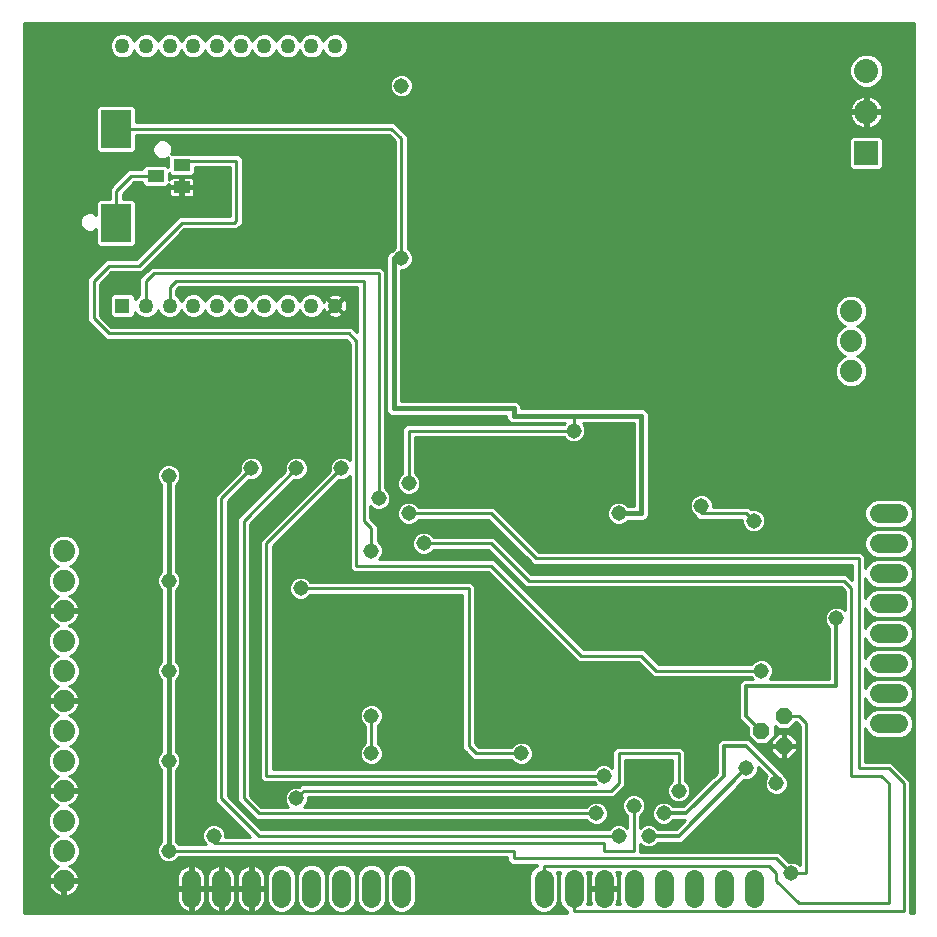
<source format=gbl>
G75*
G70*
%OFA0B0*%
%FSLAX24Y24*%
%IPPOS*%
%LPD*%
%AMOC8*
5,1,8,0,0,1.08239X$1,22.5*
%
%ADD10R,0.0500X0.0500*%
%ADD11C,0.0500*%
%ADD12C,0.0640*%
%ADD13R,0.0984X0.1260*%
%ADD14R,0.0551X0.0394*%
%ADD15C,0.0740*%
%ADD16OC8,0.0560*%
%ADD17R,0.0800X0.0800*%
%ADD18C,0.0800*%
%ADD19C,0.0100*%
%ADD20C,0.0515*%
%ADD21C,0.0160*%
%ADD22C,0.0120*%
D10*
X003608Y020873D03*
D11*
X004395Y020873D03*
X005183Y020873D03*
X005970Y020873D03*
X006757Y020873D03*
X007545Y020873D03*
X008332Y020873D03*
X009120Y020873D03*
X009907Y020873D03*
X010694Y020873D03*
X010694Y029534D03*
X009907Y029534D03*
X009120Y029534D03*
X008332Y029534D03*
X007545Y029534D03*
X006757Y029534D03*
X005970Y029534D03*
X005183Y029534D03*
X004395Y029534D03*
X003608Y029534D03*
D12*
X028831Y013954D02*
X029471Y013954D01*
X029471Y012954D02*
X028831Y012954D01*
X028831Y011954D02*
X029471Y011954D01*
X029471Y010954D02*
X028831Y010954D01*
X028831Y009954D02*
X029471Y009954D01*
X029471Y008954D02*
X028831Y008954D01*
X028831Y007954D02*
X029471Y007954D01*
X029471Y006954D02*
X028831Y006954D01*
X024651Y001774D02*
X024651Y001134D01*
X023651Y001134D02*
X023651Y001774D01*
X022651Y001774D02*
X022651Y001134D01*
X021651Y001134D02*
X021651Y001774D01*
X020651Y001774D02*
X020651Y001134D01*
X019651Y001134D02*
X019651Y001774D01*
X018651Y001774D02*
X018651Y001134D01*
X017651Y001134D02*
X017651Y001774D01*
X012901Y001774D02*
X012901Y001134D01*
X011901Y001134D02*
X011901Y001774D01*
X010901Y001774D02*
X010901Y001134D01*
X009901Y001134D02*
X009901Y001774D01*
X008901Y001774D02*
X008901Y001134D01*
X007901Y001134D02*
X007901Y001774D01*
X006901Y001774D02*
X006901Y001134D01*
X005901Y001134D02*
X005901Y001774D01*
D13*
X003401Y023629D03*
X003401Y026778D03*
D14*
X004718Y025204D03*
X005584Y025578D03*
X005584Y024830D03*
D15*
X001651Y012704D03*
X001651Y011704D03*
X001651Y010704D03*
X001651Y009704D03*
X001651Y008704D03*
X001651Y007704D03*
X001651Y006704D03*
X001651Y005704D03*
X001651Y004704D03*
X001651Y003704D03*
X001651Y002704D03*
X001651Y001704D03*
X027901Y018704D03*
X027901Y019704D03*
X027901Y020704D03*
D16*
X025651Y007204D03*
X024901Y006704D03*
X025651Y006204D03*
D17*
X028401Y025954D03*
D18*
X028401Y027331D03*
X028401Y028709D03*
D19*
X000321Y030284D02*
X000321Y000624D01*
X018431Y000624D01*
X018431Y000694D01*
X018374Y000718D01*
X018236Y000856D01*
X018161Y001036D01*
X018161Y001871D01*
X018208Y001984D01*
X018094Y001984D01*
X018141Y001871D01*
X018141Y001036D01*
X018067Y000856D01*
X017929Y000718D01*
X017749Y000644D01*
X017554Y000644D01*
X017374Y000718D01*
X017236Y000856D01*
X017161Y001036D01*
X017161Y001871D01*
X017236Y002051D01*
X017374Y002189D01*
X017431Y002213D01*
X017431Y002234D01*
X016560Y002234D01*
X016431Y002362D01*
X016431Y002484D01*
X005479Y002484D01*
X005371Y002375D01*
X005228Y002316D01*
X005074Y002316D01*
X004932Y002375D01*
X004823Y002484D01*
X004764Y002626D01*
X004764Y002781D01*
X004823Y002923D01*
X004901Y003001D01*
X004901Y005406D01*
X004823Y005484D01*
X004764Y005626D01*
X004764Y005781D01*
X004823Y005923D01*
X004901Y006001D01*
X004901Y008406D01*
X004823Y008484D01*
X004764Y008626D01*
X004764Y008781D01*
X004823Y008923D01*
X004901Y009001D01*
X004901Y011406D01*
X004823Y011484D01*
X004764Y011626D01*
X004764Y011781D01*
X004823Y011923D01*
X004901Y012001D01*
X004901Y014906D01*
X004823Y014984D01*
X004764Y015126D01*
X004764Y015281D01*
X004823Y015423D01*
X004932Y015532D01*
X005074Y015591D01*
X005228Y015591D01*
X005371Y015532D01*
X005480Y015423D01*
X005539Y015281D01*
X005539Y015126D01*
X005480Y014984D01*
X005401Y014906D01*
X005401Y012001D01*
X005480Y011923D01*
X005539Y011781D01*
X005539Y011626D01*
X005480Y011484D01*
X005401Y011406D01*
X005401Y009001D01*
X005480Y008923D01*
X005539Y008781D01*
X005539Y008626D01*
X005480Y008484D01*
X005401Y008406D01*
X005401Y006001D01*
X005480Y005923D01*
X005539Y005781D01*
X005539Y005626D01*
X005480Y005484D01*
X005401Y005406D01*
X005401Y003001D01*
X005479Y002924D01*
X006383Y002924D01*
X006323Y002984D01*
X006264Y003126D01*
X006264Y003281D01*
X006323Y003423D01*
X006432Y003532D01*
X006574Y003591D01*
X006728Y003591D01*
X006871Y003532D01*
X006980Y003423D01*
X007039Y003281D01*
X007039Y003174D01*
X007870Y003174D01*
X006810Y004234D01*
X006681Y004362D01*
X006681Y014362D01*
X006681Y014545D01*
X007514Y015377D01*
X007514Y015531D01*
X005372Y015531D01*
X005471Y015432D02*
X007514Y015432D01*
X007514Y015531D02*
X007573Y015673D01*
X007682Y015782D01*
X007824Y015841D01*
X007978Y015841D01*
X008121Y015782D01*
X008230Y015673D01*
X008289Y015531D01*
X009014Y015531D01*
X009014Y015377D01*
X007431Y013795D01*
X007431Y013612D01*
X007431Y004362D01*
X007560Y004234D01*
X008060Y003734D01*
X008242Y003734D01*
X019073Y003734D01*
X019182Y003625D01*
X019324Y003566D01*
X019478Y003566D01*
X019621Y003625D01*
X019730Y003734D01*
X019789Y003876D01*
X019789Y004031D01*
X019730Y004173D01*
X019621Y004282D01*
X019478Y004341D01*
X019324Y004341D01*
X019182Y004282D01*
X019073Y004174D01*
X009669Y004174D01*
X009730Y004234D01*
X009789Y004376D01*
X009789Y004484D01*
X019810Y004484D01*
X019992Y004484D01*
X020242Y004734D01*
X020371Y004862D01*
X020371Y005734D01*
X021931Y005734D01*
X021931Y005031D01*
X021823Y004923D01*
X021764Y004781D01*
X021764Y004626D01*
X021823Y004484D01*
X021932Y004375D01*
X022074Y004316D01*
X022228Y004316D01*
X022371Y004375D01*
X022480Y004484D01*
X022539Y004626D01*
X022539Y004781D01*
X022480Y004923D01*
X022371Y005031D01*
X022371Y006045D01*
X022242Y006174D01*
X022060Y006174D01*
X020060Y006174D01*
X019931Y006045D01*
X019931Y005862D01*
X019931Y005471D01*
X019871Y005532D01*
X019728Y005591D01*
X019574Y005591D01*
X019432Y005532D01*
X019323Y005424D01*
X008621Y005424D01*
X008621Y012862D01*
X010825Y015066D01*
X010978Y015066D01*
X011121Y015125D01*
X011181Y015186D01*
X011181Y012295D01*
X011181Y012112D01*
X011310Y011984D01*
X015810Y011984D01*
X018681Y009112D01*
X018810Y008984D01*
X020810Y008984D01*
X021181Y008612D01*
X021310Y008484D01*
X024573Y008484D01*
X024623Y008434D01*
X024496Y008434D01*
X024306Y008434D01*
X024171Y008299D01*
X024171Y007299D01*
X024171Y007108D01*
X024451Y006828D01*
X024451Y006517D01*
X024715Y006254D01*
X025088Y006254D01*
X025351Y006517D01*
X025351Y006867D01*
X025465Y006754D01*
X025838Y006754D01*
X026064Y006980D01*
X026181Y006862D01*
X026181Y002221D01*
X026121Y002282D01*
X025978Y002341D01*
X025825Y002341D01*
X025492Y002674D01*
X025310Y002674D01*
X020871Y002674D01*
X020871Y002795D01*
X020871Y002936D01*
X020932Y002875D01*
X021074Y002816D01*
X021228Y002816D01*
X021371Y002875D01*
X021469Y002974D01*
X022056Y002974D01*
X022246Y002974D01*
X024339Y005066D01*
X024478Y005066D01*
X024621Y005125D01*
X024730Y005234D01*
X024789Y005376D01*
X024789Y005491D01*
X025090Y005190D01*
X025073Y005173D01*
X025014Y005031D01*
X025014Y004876D01*
X025073Y004734D01*
X025182Y004625D01*
X025324Y004566D01*
X025478Y004566D01*
X025621Y004625D01*
X025730Y004734D01*
X025789Y004876D01*
X025789Y005031D01*
X025730Y005173D01*
X025631Y005271D01*
X025631Y005299D01*
X024496Y006434D01*
X024306Y006434D01*
X023556Y006434D01*
X023421Y006299D01*
X023421Y006108D01*
X023421Y005299D01*
X022306Y004184D01*
X021969Y004184D01*
X021871Y004282D01*
X021728Y004341D01*
X021574Y004341D01*
X021432Y004282D01*
X021323Y004173D01*
X021264Y004031D01*
X021264Y003876D01*
X021323Y003734D01*
X021432Y003625D01*
X021574Y003566D01*
X021728Y003566D01*
X021871Y003625D01*
X021969Y003724D01*
X022306Y003724D01*
X022346Y003724D01*
X022056Y003434D01*
X021469Y003434D01*
X021371Y003532D01*
X021228Y003591D01*
X021074Y003591D01*
X020932Y003532D01*
X020871Y003471D01*
X020871Y003876D01*
X020980Y003984D01*
X021039Y004126D01*
X021039Y004281D01*
X020980Y004423D01*
X020871Y004532D01*
X020728Y004591D01*
X020574Y004591D01*
X020432Y004532D01*
X020323Y004423D01*
X020264Y004281D01*
X020264Y004126D01*
X020323Y003984D01*
X020431Y003876D01*
X020431Y003471D01*
X020371Y003532D01*
X020228Y003591D01*
X020074Y003591D01*
X019932Y003532D01*
X019823Y003424D01*
X008242Y003424D01*
X007121Y004545D01*
X007121Y014362D01*
X007825Y015066D01*
X007978Y015066D01*
X008121Y015125D01*
X008230Y015234D01*
X008289Y015376D01*
X008289Y015531D01*
X008289Y015432D02*
X009014Y015432D01*
X009014Y015531D02*
X009073Y015673D01*
X009182Y015782D01*
X009324Y015841D01*
X009478Y015841D01*
X009621Y015782D01*
X009730Y015673D01*
X009789Y015531D01*
X010514Y015531D01*
X010514Y015377D01*
X008181Y013045D01*
X008181Y012862D01*
X008181Y005295D01*
X008181Y005112D01*
X008310Y004984D01*
X019323Y004984D01*
X019383Y004924D01*
X009560Y004924D01*
X009478Y004841D01*
X009324Y004841D01*
X009182Y004782D01*
X009073Y004673D01*
X009014Y004531D01*
X009014Y004376D01*
X009073Y004234D01*
X009133Y004174D01*
X008242Y004174D01*
X007871Y004545D01*
X007871Y013612D01*
X009325Y015066D01*
X009478Y015066D01*
X009621Y015125D01*
X009730Y015234D01*
X009789Y015376D01*
X009789Y015531D01*
X009789Y015432D02*
X010514Y015432D01*
X010514Y015531D02*
X010573Y015673D01*
X010682Y015782D01*
X010824Y015841D01*
X010978Y015841D01*
X011121Y015782D01*
X011181Y015721D01*
X011181Y019612D01*
X011060Y019734D01*
X003060Y019734D01*
X002931Y019862D01*
X002431Y020362D01*
X002431Y020545D01*
X002431Y021795D01*
X002560Y021924D01*
X003060Y022424D01*
X003242Y022424D01*
X004060Y022424D01*
X005493Y023857D01*
X005675Y023857D01*
X007181Y023857D01*
X007181Y025484D01*
X006030Y025484D01*
X006030Y025310D01*
X005930Y025211D01*
X005238Y025211D01*
X005164Y025285D01*
X005164Y025065D01*
X005169Y025084D01*
X005189Y025118D01*
X005217Y025146D01*
X005251Y025166D01*
X005289Y025176D01*
X005536Y025176D01*
X005536Y024878D01*
X005633Y024878D01*
X006010Y024878D01*
X006010Y025046D01*
X006000Y025084D01*
X005980Y025118D01*
X005952Y025146D01*
X005918Y025166D01*
X005880Y025176D01*
X005633Y025176D01*
X005633Y024878D01*
X005633Y024781D01*
X006010Y024781D01*
X006010Y024613D01*
X006000Y024575D01*
X005980Y024541D01*
X005952Y024513D01*
X005918Y024493D01*
X005880Y024483D01*
X005633Y024483D01*
X005633Y024781D01*
X005536Y024781D01*
X005536Y024483D01*
X005289Y024483D01*
X005251Y024493D01*
X005217Y024513D01*
X005189Y024541D01*
X005169Y024575D01*
X005159Y024613D01*
X005159Y024781D01*
X005536Y024781D01*
X005536Y024878D01*
X005159Y024878D01*
X005159Y024931D01*
X005064Y024837D01*
X004372Y024837D01*
X004273Y024936D01*
X004273Y024984D01*
X003992Y024984D01*
X003621Y024612D01*
X003621Y024429D01*
X003964Y024429D01*
X004063Y024329D01*
X004063Y022928D01*
X003964Y022829D01*
X002839Y022829D01*
X002739Y022928D01*
X002739Y023429D01*
X002701Y023390D01*
X002580Y023341D01*
X002450Y023341D01*
X002330Y023390D01*
X002238Y023483D01*
X002188Y023603D01*
X002188Y023733D01*
X002238Y023854D01*
X002330Y023946D01*
X002450Y023996D01*
X002580Y023996D01*
X002701Y023946D01*
X002739Y023907D01*
X002739Y024329D01*
X002839Y024429D01*
X003181Y024429D01*
X003181Y024612D01*
X003181Y024795D01*
X003810Y025424D01*
X003992Y025424D01*
X004273Y025424D01*
X004273Y025471D01*
X004372Y025570D01*
X005064Y025570D01*
X005139Y025496D01*
X005139Y025828D01*
X005122Y025812D01*
X005002Y025762D01*
X004871Y025762D01*
X004751Y025812D01*
X004659Y025904D01*
X004609Y026024D01*
X004609Y026154D01*
X004659Y026275D01*
X004751Y026367D01*
X004871Y026417D01*
X005002Y026417D01*
X005122Y026367D01*
X005214Y026275D01*
X005264Y026154D01*
X005264Y026024D01*
X005226Y025932D01*
X005238Y025944D01*
X005930Y025944D01*
X005951Y025924D01*
X007492Y025924D01*
X007621Y025795D01*
X007621Y025612D01*
X007621Y023612D01*
X007492Y023484D01*
X007425Y023417D01*
X007243Y023417D01*
X005675Y023417D01*
X004371Y022112D01*
X004242Y021984D01*
X003242Y021984D01*
X002871Y021612D01*
X002871Y020545D01*
X003242Y020174D01*
X011060Y020174D01*
X011242Y020174D01*
X011431Y019985D01*
X011431Y021484D01*
X005492Y021484D01*
X005403Y021394D01*
X005403Y021236D01*
X005421Y021229D01*
X005539Y021111D01*
X005576Y021020D01*
X005614Y021111D01*
X005732Y021229D01*
X005886Y021293D01*
X006054Y021293D01*
X006208Y021229D01*
X006326Y021111D01*
X006364Y021020D01*
X006401Y021111D01*
X006520Y021229D01*
X006674Y021293D01*
X006841Y021293D01*
X006995Y021229D01*
X007114Y021111D01*
X007151Y021020D01*
X007189Y021111D01*
X007307Y021229D01*
X007461Y021293D01*
X007628Y021293D01*
X007783Y021229D01*
X007901Y021111D01*
X007939Y021020D01*
X007976Y021111D01*
X008094Y021229D01*
X008249Y021293D01*
X008416Y021293D01*
X008570Y021229D01*
X008688Y021111D01*
X008726Y021020D01*
X008764Y021111D01*
X008882Y021229D01*
X009036Y021293D01*
X009203Y021293D01*
X009358Y021229D01*
X009476Y021111D01*
X009513Y021020D01*
X009551Y021111D01*
X009669Y021229D01*
X009824Y021293D01*
X009991Y021293D01*
X010145Y021229D01*
X010263Y021111D01*
X010312Y020994D01*
X010340Y021062D01*
X010384Y021128D01*
X010401Y021145D01*
X010673Y020873D01*
X010694Y020894D01*
X010422Y021166D01*
X010439Y021184D01*
X010505Y021227D01*
X010578Y021257D01*
X010655Y021273D01*
X010734Y021273D01*
X010811Y021257D01*
X010884Y021227D01*
X010949Y021184D01*
X010967Y021166D01*
X010695Y020894D01*
X010716Y020873D01*
X010988Y021145D01*
X011005Y021128D01*
X011049Y021062D01*
X011079Y020989D01*
X011094Y020912D01*
X011094Y020833D01*
X011079Y020756D01*
X011049Y020683D01*
X011005Y020618D01*
X010988Y020601D01*
X010716Y020873D01*
X010695Y020851D01*
X010967Y020579D01*
X010949Y020562D01*
X010884Y020518D01*
X010811Y020488D01*
X010734Y020473D01*
X010655Y020473D01*
X010578Y020488D01*
X010505Y020518D01*
X010439Y020562D01*
X010422Y020579D01*
X010694Y020851D01*
X010673Y020873D01*
X010401Y020601D01*
X010384Y020618D01*
X010340Y020683D01*
X010312Y020752D01*
X010263Y020635D01*
X010145Y020517D01*
X009991Y020453D01*
X009824Y020453D01*
X009669Y020517D01*
X009551Y020635D01*
X009513Y020726D01*
X009476Y020635D01*
X009358Y020517D01*
X009203Y020453D01*
X009036Y020453D01*
X008882Y020517D01*
X008764Y020635D01*
X008726Y020726D01*
X008688Y020635D01*
X008570Y020517D01*
X008416Y020453D01*
X008249Y020453D01*
X008094Y020517D01*
X007976Y020635D01*
X007939Y020726D01*
X007901Y020635D01*
X007783Y020517D01*
X007628Y020453D01*
X007461Y020453D01*
X007307Y020517D01*
X007189Y020635D01*
X007151Y020726D01*
X007114Y020635D01*
X006995Y020517D01*
X006841Y020453D01*
X006674Y020453D01*
X006520Y020517D01*
X006401Y020635D01*
X006364Y020726D01*
X006326Y020635D01*
X006208Y020517D01*
X006054Y020453D01*
X005886Y020453D01*
X005732Y020517D01*
X005614Y020635D01*
X005576Y020726D01*
X005539Y020635D01*
X005421Y020517D01*
X005266Y020453D01*
X005099Y020453D01*
X004945Y020517D01*
X004827Y020635D01*
X004789Y020726D01*
X004751Y020635D01*
X004633Y020517D01*
X004479Y020453D01*
X004312Y020453D01*
X004157Y020517D01*
X004039Y020635D01*
X004028Y020662D01*
X004028Y020552D01*
X003928Y020453D01*
X003287Y020453D01*
X003188Y020552D01*
X003188Y021193D01*
X003287Y021293D01*
X003928Y021293D01*
X004028Y021193D01*
X004028Y021083D01*
X004039Y021111D01*
X004157Y021229D01*
X004175Y021236D01*
X004175Y021606D01*
X004175Y021789D01*
X004431Y022045D01*
X004560Y022174D01*
X012060Y022174D01*
X012242Y022174D01*
X012371Y022045D01*
X012371Y014781D01*
X012480Y014673D01*
X012539Y014531D01*
X012539Y014376D01*
X012480Y014234D01*
X012371Y014125D01*
X012228Y014066D01*
X012074Y014066D01*
X011932Y014125D01*
X011871Y014186D01*
X011871Y013795D01*
X011992Y013674D01*
X012121Y013545D01*
X012121Y013031D01*
X012230Y012923D01*
X012289Y012781D01*
X012289Y012626D01*
X012230Y012484D01*
X012169Y012424D01*
X015810Y012424D01*
X015992Y012424D01*
X018992Y009424D01*
X020992Y009424D01*
X021121Y009295D01*
X021121Y009295D01*
X021492Y008924D01*
X024573Y008924D01*
X024682Y009032D01*
X024824Y009091D01*
X024978Y009091D01*
X025121Y009032D01*
X025230Y008923D01*
X025289Y008781D01*
X025289Y008626D01*
X025230Y008484D01*
X025179Y008434D01*
X027171Y008434D01*
X027171Y010136D01*
X027073Y010234D01*
X027014Y010376D01*
X027014Y010531D01*
X027073Y010673D01*
X027182Y010782D01*
X027324Y010841D01*
X027478Y010841D01*
X027621Y010782D01*
X027681Y010721D01*
X027681Y011362D01*
X027560Y011484D01*
X017060Y011484D01*
X016931Y011612D01*
X015810Y012734D01*
X013979Y012734D01*
X013871Y012625D01*
X013728Y012566D01*
X013574Y012566D01*
X013432Y012625D01*
X013323Y012734D01*
X013264Y012876D01*
X013264Y013031D01*
X013323Y013173D01*
X013432Y013282D01*
X013574Y013341D01*
X013728Y013341D01*
X013871Y013282D01*
X013979Y013174D01*
X015810Y013174D01*
X015992Y013174D01*
X017242Y011924D01*
X027560Y011924D01*
X027742Y011924D01*
X027931Y011735D01*
X027931Y012234D01*
X017310Y012234D01*
X017181Y012362D01*
X015810Y013734D01*
X013479Y013734D01*
X013371Y013625D01*
X013228Y013566D01*
X013074Y013566D01*
X012932Y013625D01*
X012823Y013734D01*
X012764Y013876D01*
X012764Y014031D01*
X012823Y014173D01*
X012932Y014282D01*
X013074Y014341D01*
X013228Y014341D01*
X013371Y014282D01*
X013479Y014174D01*
X015810Y014174D01*
X015992Y014174D01*
X017492Y012674D01*
X028060Y012674D01*
X028242Y012674D01*
X028371Y012545D01*
X028371Y012123D01*
X028416Y012231D01*
X028554Y012369D01*
X028734Y012444D01*
X029569Y012444D01*
X029749Y012369D01*
X029887Y012231D01*
X029961Y012051D01*
X029961Y011856D01*
X029887Y011676D01*
X029749Y011538D01*
X029569Y011464D01*
X028734Y011464D01*
X028554Y011538D01*
X028416Y011676D01*
X028371Y011784D01*
X028371Y011123D01*
X028416Y011231D01*
X028554Y011369D01*
X028734Y011444D01*
X029569Y011444D01*
X029749Y011369D01*
X029887Y011231D01*
X029961Y011051D01*
X029961Y010856D01*
X029887Y010676D01*
X029749Y010538D01*
X029569Y010464D01*
X028734Y010464D01*
X028554Y010538D01*
X028416Y010676D01*
X028371Y010784D01*
X028371Y010123D01*
X028416Y010231D01*
X028554Y010369D01*
X028734Y010444D01*
X029569Y010444D01*
X029749Y010369D01*
X029887Y010231D01*
X029961Y010051D01*
X029961Y009856D01*
X029887Y009676D01*
X029749Y009538D01*
X029569Y009464D01*
X028734Y009464D01*
X028554Y009538D01*
X028416Y009676D01*
X028371Y009784D01*
X028371Y009123D01*
X028416Y009231D01*
X028554Y009369D01*
X028734Y009444D01*
X029569Y009444D01*
X029749Y009369D01*
X029887Y009231D01*
X029961Y009051D01*
X029961Y008856D01*
X029887Y008676D01*
X029749Y008538D01*
X029569Y008464D01*
X028734Y008464D01*
X028554Y008538D01*
X028416Y008676D01*
X028371Y008784D01*
X028371Y008123D01*
X028416Y008231D01*
X028554Y008369D01*
X028734Y008444D01*
X029569Y008444D01*
X029749Y008369D01*
X029887Y008231D01*
X029961Y008051D01*
X029961Y007856D01*
X029887Y007676D01*
X029749Y007538D01*
X029569Y007464D01*
X028734Y007464D01*
X028554Y007538D01*
X028416Y007676D01*
X028371Y007784D01*
X028371Y007123D01*
X028416Y007231D01*
X028554Y007369D01*
X028734Y007444D01*
X029569Y007444D01*
X029749Y007369D01*
X029887Y007231D01*
X029961Y007051D01*
X029961Y006856D01*
X029887Y006676D01*
X029749Y006538D01*
X029569Y006464D01*
X028734Y006464D01*
X028554Y006538D01*
X028416Y006676D01*
X028371Y006784D01*
X028371Y005674D01*
X029242Y005674D01*
X029371Y005545D01*
X029871Y005045D01*
X029871Y004862D01*
X029871Y000624D01*
X029981Y000624D01*
X029981Y030284D01*
X000321Y030284D01*
X000321Y030214D02*
X029981Y030214D01*
X029981Y030115D02*
X000321Y030115D01*
X000321Y030017D02*
X029981Y030017D01*
X029981Y029918D02*
X010865Y029918D01*
X010932Y029890D02*
X010778Y029954D01*
X010611Y029954D01*
X010457Y029890D01*
X010338Y029772D01*
X010301Y029681D01*
X010263Y029772D01*
X010145Y029890D01*
X009991Y029954D01*
X009824Y029954D01*
X009669Y029890D01*
X009551Y029772D01*
X009513Y029681D01*
X009476Y029772D01*
X009358Y029890D01*
X009203Y029954D01*
X009036Y029954D01*
X008882Y029890D01*
X008764Y029772D01*
X008726Y029681D01*
X008688Y029772D01*
X008570Y029890D01*
X008416Y029954D01*
X008249Y029954D01*
X008094Y029890D01*
X007976Y029772D01*
X007939Y029681D01*
X007901Y029772D01*
X007783Y029890D01*
X007628Y029954D01*
X007461Y029954D01*
X007307Y029890D01*
X007189Y029772D01*
X007151Y029681D01*
X007114Y029772D01*
X006995Y029890D01*
X006841Y029954D01*
X006674Y029954D01*
X006520Y029890D01*
X006401Y029772D01*
X006364Y029681D01*
X006326Y029772D01*
X006208Y029890D01*
X006054Y029954D01*
X005886Y029954D01*
X005732Y029890D01*
X005614Y029772D01*
X005576Y029681D01*
X005539Y029772D01*
X005421Y029890D01*
X005266Y029954D01*
X005099Y029954D01*
X004945Y029890D01*
X004827Y029772D01*
X004789Y029681D01*
X004751Y029772D01*
X004633Y029890D01*
X004479Y029954D01*
X004312Y029954D01*
X004157Y029890D01*
X004039Y029772D01*
X004002Y029681D01*
X003964Y029772D01*
X003846Y029890D01*
X003691Y029954D01*
X003524Y029954D01*
X003370Y029890D01*
X003252Y029772D01*
X003188Y029618D01*
X003188Y029451D01*
X003252Y029296D01*
X003370Y029178D01*
X003524Y029114D01*
X003691Y029114D01*
X003846Y029178D01*
X003964Y029296D01*
X004002Y029387D01*
X004039Y029296D01*
X004157Y029178D01*
X004312Y029114D01*
X004479Y029114D01*
X004633Y029178D01*
X004751Y029296D01*
X004789Y029387D01*
X004827Y029296D01*
X004945Y029178D01*
X005099Y029114D01*
X005266Y029114D01*
X005421Y029178D01*
X005539Y029296D01*
X005576Y029387D01*
X005614Y029296D01*
X005732Y029178D01*
X005886Y029114D01*
X006054Y029114D01*
X006208Y029178D01*
X006326Y029296D01*
X006364Y029387D01*
X006401Y029296D01*
X006520Y029178D01*
X006674Y029114D01*
X006841Y029114D01*
X006995Y029178D01*
X007114Y029296D01*
X007151Y029387D01*
X007189Y029296D01*
X007307Y029178D01*
X007461Y029114D01*
X007628Y029114D01*
X007783Y029178D01*
X007901Y029296D01*
X007939Y029387D01*
X007976Y029296D01*
X008094Y029178D01*
X008249Y029114D01*
X008416Y029114D01*
X008570Y029178D01*
X008688Y029296D01*
X008726Y029387D01*
X008764Y029296D01*
X008882Y029178D01*
X009036Y029114D01*
X009203Y029114D01*
X009358Y029178D01*
X009476Y029296D01*
X009513Y029387D01*
X009551Y029296D01*
X009669Y029178D01*
X009824Y029114D01*
X009991Y029114D01*
X010145Y029178D01*
X010263Y029296D01*
X010301Y029387D01*
X010338Y029296D01*
X010457Y029178D01*
X010611Y029114D01*
X010778Y029114D01*
X010932Y029178D01*
X011051Y029296D01*
X011114Y029451D01*
X011114Y029618D01*
X011051Y029772D01*
X010932Y029890D01*
X011003Y029819D02*
X029981Y029819D01*
X029981Y029721D02*
X011072Y029721D01*
X011113Y029622D02*
X029981Y029622D01*
X029981Y029524D02*
X011114Y029524D01*
X011104Y029425D02*
X029981Y029425D01*
X029981Y029327D02*
X011063Y029327D01*
X010982Y029228D02*
X028164Y029228D01*
X028078Y029193D02*
X027918Y029032D01*
X027831Y028823D01*
X027831Y028596D01*
X027918Y028387D01*
X028078Y028226D01*
X028288Y028139D01*
X028515Y028139D01*
X028724Y028226D01*
X028884Y028387D01*
X028971Y028596D01*
X028971Y028823D01*
X028884Y029032D01*
X028724Y029193D01*
X028515Y029279D01*
X028288Y029279D01*
X028078Y029193D01*
X028015Y029130D02*
X010815Y029130D01*
X010574Y029130D02*
X010028Y029130D01*
X010195Y029228D02*
X010407Y029228D01*
X010326Y029327D02*
X010276Y029327D01*
X010284Y029721D02*
X010317Y029721D01*
X010386Y029819D02*
X010216Y029819D01*
X010078Y029918D02*
X010524Y029918D01*
X009736Y029918D02*
X009291Y029918D01*
X009428Y029819D02*
X009598Y029819D01*
X009530Y029721D02*
X009497Y029721D01*
X009488Y029327D02*
X009538Y029327D01*
X009619Y029228D02*
X009408Y029228D01*
X009240Y029130D02*
X009786Y029130D01*
X008999Y029130D02*
X008453Y029130D01*
X008620Y029228D02*
X008832Y029228D01*
X008751Y029327D02*
X008701Y029327D01*
X008710Y029721D02*
X008742Y029721D01*
X008811Y029819D02*
X008641Y029819D01*
X008503Y029918D02*
X008949Y029918D01*
X008161Y029918D02*
X007716Y029918D01*
X007854Y029819D02*
X008024Y029819D01*
X007955Y029721D02*
X007922Y029721D01*
X007374Y029918D02*
X006928Y029918D01*
X007066Y029819D02*
X007236Y029819D01*
X007168Y029721D02*
X007135Y029721D01*
X007126Y029327D02*
X007176Y029327D01*
X007257Y029228D02*
X007045Y029228D01*
X006878Y029130D02*
X007424Y029130D01*
X007666Y029130D02*
X008212Y029130D01*
X008044Y029228D02*
X007833Y029228D01*
X007913Y029327D02*
X007964Y029327D01*
X006637Y029130D02*
X006091Y029130D01*
X006258Y029228D02*
X006470Y029228D01*
X006389Y029327D02*
X006339Y029327D01*
X005849Y029130D02*
X005303Y029130D01*
X005471Y029228D02*
X005682Y029228D01*
X005601Y029327D02*
X005551Y029327D01*
X005560Y029721D02*
X005593Y029721D01*
X005661Y029819D02*
X005491Y029819D01*
X005354Y029918D02*
X005799Y029918D01*
X006141Y029918D02*
X006586Y029918D01*
X006449Y029819D02*
X006279Y029819D01*
X006347Y029721D02*
X006380Y029721D01*
X005012Y029918D02*
X004566Y029918D01*
X004704Y029819D02*
X004874Y029819D01*
X004805Y029721D02*
X004773Y029721D01*
X004764Y029327D02*
X004814Y029327D01*
X004895Y029228D02*
X004683Y029228D01*
X004516Y029130D02*
X005062Y029130D01*
X004275Y029130D02*
X003729Y029130D01*
X003896Y029228D02*
X004107Y029228D01*
X004027Y029327D02*
X003976Y029327D01*
X003487Y029130D02*
X000321Y029130D01*
X000321Y029228D02*
X003320Y029228D01*
X003239Y029327D02*
X000321Y029327D01*
X000321Y029425D02*
X003198Y029425D01*
X003188Y029524D02*
X000321Y029524D01*
X000321Y029622D02*
X003190Y029622D01*
X003231Y029721D02*
X000321Y029721D01*
X000321Y029819D02*
X003299Y029819D01*
X003437Y029918D02*
X000321Y029918D01*
X000321Y029031D02*
X027917Y029031D01*
X027877Y028933D02*
X000321Y028933D01*
X000321Y028834D02*
X027836Y028834D01*
X027831Y028735D02*
X000321Y028735D01*
X000321Y028637D02*
X027831Y028637D01*
X027855Y028538D02*
X013105Y028538D01*
X013121Y028532D02*
X012978Y028591D01*
X012824Y028591D01*
X012682Y028532D01*
X012573Y028423D01*
X012514Y028281D01*
X012514Y028126D01*
X012573Y027984D01*
X012682Y027875D01*
X012824Y027816D01*
X012978Y027816D01*
X013121Y027875D01*
X013230Y027984D01*
X013289Y028126D01*
X013289Y028281D01*
X013230Y028423D01*
X013121Y028532D01*
X013213Y028440D02*
X027896Y028440D01*
X027963Y028341D02*
X013264Y028341D01*
X013289Y028243D02*
X028062Y028243D01*
X028276Y028144D02*
X013289Y028144D01*
X013255Y028046D02*
X029981Y028046D01*
X029981Y028144D02*
X028526Y028144D01*
X028741Y028243D02*
X029981Y028243D01*
X029981Y028341D02*
X028839Y028341D01*
X028906Y028440D02*
X029981Y028440D01*
X029981Y028538D02*
X028947Y028538D01*
X028971Y028637D02*
X029981Y028637D01*
X029981Y028735D02*
X028971Y028735D01*
X028967Y028834D02*
X029981Y028834D01*
X029981Y028933D02*
X028926Y028933D01*
X028885Y029031D02*
X029981Y029031D01*
X029981Y029130D02*
X028787Y029130D01*
X028638Y029228D02*
X029981Y029228D01*
X029981Y027947D02*
X013193Y027947D01*
X013057Y027849D02*
X028213Y027849D01*
X028190Y027841D02*
X028113Y027802D01*
X028043Y027751D01*
X027982Y027690D01*
X027931Y027620D01*
X027891Y027543D01*
X027865Y027460D01*
X027852Y027381D01*
X028351Y027381D01*
X028351Y027281D01*
X028451Y027281D01*
X028451Y026783D01*
X028530Y026795D01*
X028612Y026822D01*
X028689Y026861D01*
X028759Y026912D01*
X028821Y026973D01*
X028872Y027043D01*
X028911Y027120D01*
X028938Y027203D01*
X028950Y027281D01*
X028451Y027281D01*
X028451Y027381D01*
X028950Y027381D01*
X028938Y027460D01*
X028911Y027543D01*
X028872Y027620D01*
X028821Y027690D01*
X028759Y027751D01*
X028689Y027802D01*
X028612Y027841D01*
X028530Y027868D01*
X028451Y027880D01*
X028451Y027382D01*
X028351Y027382D01*
X028351Y027880D01*
X028272Y027868D01*
X028190Y027841D01*
X028351Y027849D02*
X028451Y027849D01*
X028451Y027750D02*
X028351Y027750D01*
X028351Y027651D02*
X028451Y027651D01*
X028451Y027553D02*
X028351Y027553D01*
X028351Y027454D02*
X028451Y027454D01*
X028451Y027356D02*
X029981Y027356D01*
X029981Y027454D02*
X028939Y027454D01*
X028906Y027553D02*
X029981Y027553D01*
X029981Y027651D02*
X028848Y027651D01*
X028760Y027750D02*
X029981Y027750D01*
X029981Y027849D02*
X028590Y027849D01*
X028351Y027356D02*
X004063Y027356D01*
X004063Y027454D02*
X027864Y027454D01*
X027897Y027553D02*
X003989Y027553D01*
X003964Y027578D02*
X004063Y027479D01*
X004063Y026998D01*
X012485Y026998D01*
X012667Y026998D01*
X012992Y026674D01*
X013121Y026545D01*
X013121Y022781D01*
X013230Y022673D01*
X013289Y022531D01*
X013289Y022376D01*
X013230Y022234D01*
X013121Y022125D01*
X012978Y022066D01*
X012901Y022066D01*
X012901Y017704D01*
X016601Y017704D01*
X016701Y017704D01*
X016793Y017665D01*
X016863Y017595D01*
X016901Y017503D01*
X016901Y017454D01*
X018601Y017454D01*
X020851Y017454D01*
X020951Y017454D01*
X021043Y017415D01*
X021113Y017345D01*
X021151Y017253D01*
X021151Y014003D01*
X021151Y013904D01*
X021113Y013812D01*
X021043Y013742D01*
X020951Y013704D01*
X020449Y013704D01*
X020371Y013625D01*
X020228Y013566D01*
X020074Y013566D01*
X019932Y013625D01*
X019823Y013734D01*
X019764Y013876D01*
X019764Y014031D01*
X019823Y014173D01*
X019932Y014282D01*
X020074Y014341D01*
X020228Y014341D01*
X020371Y014282D01*
X020449Y014204D01*
X020651Y014204D01*
X020651Y016954D01*
X018949Y016954D01*
X018980Y016923D01*
X019039Y016781D01*
X019039Y016626D01*
X018980Y016484D01*
X018871Y016375D01*
X018728Y016316D01*
X018574Y016316D01*
X018432Y016375D01*
X018323Y016484D01*
X013371Y016484D01*
X013371Y015281D01*
X013480Y015173D01*
X013539Y015031D01*
X013539Y014876D01*
X013480Y014734D01*
X013371Y014625D01*
X013228Y014566D01*
X013074Y014566D01*
X012932Y014625D01*
X012823Y014734D01*
X012764Y014876D01*
X012764Y015031D01*
X012823Y015173D01*
X012931Y015281D01*
X012931Y016795D01*
X013060Y016924D01*
X013242Y016924D01*
X018323Y016924D01*
X018353Y016954D01*
X016601Y016954D01*
X016510Y016992D01*
X016439Y017062D01*
X016401Y017154D01*
X016401Y017204D01*
X012601Y017204D01*
X012510Y017242D01*
X012439Y017312D01*
X012401Y017404D01*
X012401Y017503D01*
X012401Y022503D01*
X012439Y022595D01*
X012510Y022665D01*
X012601Y022704D01*
X012603Y022704D01*
X012681Y022781D01*
X012681Y026362D01*
X012485Y026558D01*
X004063Y026558D01*
X004063Y026078D01*
X003964Y025978D01*
X002839Y025978D01*
X002739Y026078D01*
X002739Y027479D01*
X002839Y027578D01*
X003964Y027578D01*
X004063Y027257D02*
X027856Y027257D01*
X027852Y027281D02*
X027865Y027203D01*
X027891Y027120D01*
X027931Y027043D01*
X027982Y026973D01*
X028043Y026912D01*
X028113Y026861D01*
X028190Y026822D01*
X028272Y026795D01*
X028351Y026783D01*
X028351Y027281D01*
X027852Y027281D01*
X027879Y027159D02*
X004063Y027159D01*
X004063Y027060D02*
X027922Y027060D01*
X027993Y026962D02*
X012704Y026962D01*
X012803Y026863D02*
X028110Y026863D01*
X028351Y026863D02*
X028451Y026863D01*
X028451Y026962D02*
X028351Y026962D01*
X028351Y027060D02*
X028451Y027060D01*
X028451Y027159D02*
X028351Y027159D01*
X028351Y027257D02*
X028451Y027257D01*
X027954Y027651D02*
X000321Y027651D01*
X000321Y027553D02*
X002813Y027553D01*
X002739Y027454D02*
X000321Y027454D01*
X000321Y027356D02*
X002739Y027356D01*
X002739Y027257D02*
X000321Y027257D01*
X000321Y027159D02*
X002739Y027159D01*
X002739Y027060D02*
X000321Y027060D01*
X000321Y026962D02*
X002739Y026962D01*
X002739Y026863D02*
X000321Y026863D01*
X000321Y026765D02*
X002739Y026765D01*
X002739Y026666D02*
X000321Y026666D01*
X000321Y026568D02*
X002739Y026568D01*
X002739Y026469D02*
X000321Y026469D01*
X000321Y026370D02*
X002739Y026370D01*
X002739Y026272D02*
X000321Y026272D01*
X000321Y026173D02*
X002739Y026173D01*
X002742Y026075D02*
X000321Y026075D01*
X000321Y025976D02*
X004629Y025976D01*
X004609Y026075D02*
X004060Y026075D01*
X004063Y026173D02*
X004617Y026173D01*
X004658Y026272D02*
X004063Y026272D01*
X004063Y026370D02*
X004759Y026370D01*
X005114Y026370D02*
X012673Y026370D01*
X012681Y026272D02*
X005215Y026272D01*
X005256Y026173D02*
X012681Y026173D01*
X012681Y026075D02*
X005264Y026075D01*
X005244Y025976D02*
X012681Y025976D01*
X012681Y025878D02*
X007538Y025878D01*
X007621Y025779D02*
X012681Y025779D01*
X012681Y025681D02*
X007621Y025681D01*
X007621Y025582D02*
X012681Y025582D01*
X012681Y025484D02*
X007621Y025484D01*
X007621Y025385D02*
X012681Y025385D01*
X012681Y025286D02*
X007621Y025286D01*
X007621Y025188D02*
X012681Y025188D01*
X012681Y025089D02*
X007621Y025089D01*
X007621Y024991D02*
X012681Y024991D01*
X012681Y024892D02*
X007621Y024892D01*
X007621Y024794D02*
X012681Y024794D01*
X012681Y024695D02*
X007621Y024695D01*
X007621Y024597D02*
X012681Y024597D01*
X012681Y024498D02*
X007621Y024498D01*
X007621Y024400D02*
X012681Y024400D01*
X012681Y024301D02*
X007621Y024301D01*
X007621Y024202D02*
X012681Y024202D01*
X012681Y024104D02*
X007621Y024104D01*
X007621Y024005D02*
X012681Y024005D01*
X012681Y023907D02*
X007621Y023907D01*
X007621Y023808D02*
X012681Y023808D01*
X012681Y023710D02*
X007621Y023710D01*
X007620Y023611D02*
X012681Y023611D01*
X012681Y023513D02*
X007521Y023513D01*
X007334Y023637D02*
X007401Y023704D01*
X007401Y025704D01*
X005710Y025704D01*
X005584Y025578D01*
X006030Y025385D02*
X007181Y025385D01*
X007181Y025286D02*
X006006Y025286D01*
X005997Y025089D02*
X007181Y025089D01*
X007181Y024991D02*
X006010Y024991D01*
X006010Y024892D02*
X007181Y024892D01*
X007181Y024794D02*
X005633Y024794D01*
X005536Y024794D02*
X003802Y024794D01*
X003704Y024695D02*
X005159Y024695D01*
X005163Y024597D02*
X003621Y024597D01*
X003621Y024498D02*
X005242Y024498D01*
X005536Y024498D02*
X005633Y024498D01*
X005633Y024597D02*
X005536Y024597D01*
X005536Y024695D02*
X005633Y024695D01*
X005633Y024892D02*
X005536Y024892D01*
X005536Y024991D02*
X005633Y024991D01*
X005633Y025089D02*
X005536Y025089D01*
X006010Y024695D02*
X007181Y024695D01*
X007181Y024597D02*
X006005Y024597D01*
X005927Y024498D02*
X007181Y024498D01*
X007181Y024400D02*
X003993Y024400D01*
X004063Y024301D02*
X007181Y024301D01*
X007181Y024202D02*
X004063Y024202D01*
X004063Y024104D02*
X007181Y024104D01*
X007181Y024005D02*
X004063Y024005D01*
X004063Y023907D02*
X007181Y023907D01*
X007334Y023637D02*
X005584Y023637D01*
X004151Y022204D01*
X003151Y022204D01*
X002651Y021704D01*
X002651Y020454D01*
X003151Y019954D01*
X011151Y019954D01*
X011401Y019704D01*
X011401Y012204D01*
X015901Y012204D01*
X018901Y009204D01*
X020901Y009204D01*
X021401Y008704D01*
X024901Y008704D01*
X024621Y008436D02*
X015371Y008436D01*
X015371Y008534D02*
X021259Y008534D01*
X021181Y008612D02*
X021181Y008612D01*
X021161Y008633D02*
X015371Y008633D01*
X015371Y008731D02*
X021062Y008731D01*
X020964Y008830D02*
X015371Y008830D01*
X015371Y008928D02*
X020865Y008928D01*
X021192Y009224D02*
X027171Y009224D01*
X027171Y009322D02*
X021093Y009322D01*
X020995Y009421D02*
X027171Y009421D01*
X027171Y009520D02*
X018896Y009520D01*
X018798Y009618D02*
X027171Y009618D01*
X027171Y009717D02*
X018699Y009717D01*
X018601Y009815D02*
X027171Y009815D01*
X027171Y009914D02*
X018502Y009914D01*
X018404Y010012D02*
X027171Y010012D01*
X027171Y010111D02*
X018305Y010111D01*
X018206Y010209D02*
X027097Y010209D01*
X027042Y010308D02*
X018108Y010308D01*
X018009Y010406D02*
X027014Y010406D01*
X027014Y010505D02*
X017911Y010505D01*
X017812Y010604D02*
X027044Y010604D01*
X027102Y010702D02*
X017714Y010702D01*
X017615Y010801D02*
X027227Y010801D01*
X027576Y010801D02*
X027681Y010801D01*
X027681Y010899D02*
X017517Y010899D01*
X017418Y010998D02*
X027681Y010998D01*
X027681Y011096D02*
X017320Y011096D01*
X017221Y011195D02*
X027681Y011195D01*
X027681Y011293D02*
X017122Y011293D01*
X017024Y011392D02*
X027652Y011392D01*
X027901Y011454D02*
X027651Y011704D01*
X017151Y011704D01*
X015901Y012954D01*
X013651Y012954D01*
X013264Y012969D02*
X012184Y012969D01*
X012121Y013067D02*
X013279Y013067D01*
X013320Y013166D02*
X012121Y013166D01*
X012121Y013264D02*
X013414Y013264D01*
X013404Y013658D02*
X015885Y013658D01*
X015984Y013560D02*
X012106Y013560D01*
X012121Y013461D02*
X016082Y013461D01*
X016181Y013363D02*
X012121Y013363D01*
X011901Y013454D02*
X011651Y013704D01*
X011651Y021704D01*
X005401Y021704D01*
X005183Y021485D01*
X005183Y020873D01*
X005502Y021148D02*
X005651Y021148D01*
X005589Y021049D02*
X005564Y021049D01*
X005403Y021246D02*
X005774Y021246D01*
X005452Y021443D02*
X011431Y021443D01*
X011431Y021345D02*
X005403Y021345D01*
X005547Y020655D02*
X005606Y020655D01*
X005693Y020556D02*
X005460Y020556D01*
X005278Y020458D02*
X005874Y020458D01*
X006066Y020458D02*
X006662Y020458D01*
X006853Y020458D02*
X007449Y020458D01*
X007640Y020458D02*
X008237Y020458D01*
X008428Y020458D02*
X009024Y020458D01*
X009215Y020458D02*
X009811Y020458D01*
X010003Y020458D02*
X011431Y020458D01*
X011431Y020556D02*
X010941Y020556D01*
X010934Y020655D02*
X010891Y020655D01*
X010835Y020753D02*
X010792Y020753D01*
X010737Y020852D02*
X010695Y020852D01*
X010694Y020852D02*
X010652Y020852D01*
X010638Y020951D02*
X010595Y020951D01*
X010539Y021049D02*
X010497Y021049D01*
X010441Y021148D02*
X010226Y021148D01*
X010289Y021049D02*
X010335Y021049D01*
X010551Y021246D02*
X010103Y021246D01*
X009711Y021246D02*
X009316Y021246D01*
X009439Y021148D02*
X009588Y021148D01*
X009526Y021049D02*
X009501Y021049D01*
X009484Y020655D02*
X009543Y020655D01*
X009630Y020556D02*
X009397Y020556D01*
X008842Y020556D02*
X008610Y020556D01*
X008697Y020655D02*
X008755Y020655D01*
X008738Y021049D02*
X008714Y021049D01*
X008651Y021148D02*
X008801Y021148D01*
X008924Y021246D02*
X008528Y021246D01*
X008136Y021246D02*
X007741Y021246D01*
X007864Y021148D02*
X008013Y021148D01*
X007951Y021049D02*
X007926Y021049D01*
X007909Y020655D02*
X007968Y020655D01*
X008055Y020556D02*
X007822Y020556D01*
X007267Y020556D02*
X007035Y020556D01*
X007122Y020655D02*
X007181Y020655D01*
X007163Y021049D02*
X007139Y021049D01*
X007077Y021148D02*
X007226Y021148D01*
X007349Y021246D02*
X006954Y021246D01*
X006561Y021246D02*
X006166Y021246D01*
X006289Y021148D02*
X006438Y021148D01*
X006376Y021049D02*
X006352Y021049D01*
X006334Y020655D02*
X006393Y020655D01*
X006480Y020556D02*
X006248Y020556D01*
X005087Y020458D02*
X004491Y020458D01*
X004300Y020458D02*
X003933Y020458D01*
X004028Y020556D02*
X004118Y020556D01*
X004031Y020655D02*
X004028Y020655D01*
X004395Y020873D02*
X004395Y021698D01*
X004651Y021954D01*
X012151Y021954D01*
X012151Y014454D01*
X012539Y014447D02*
X020651Y014447D01*
X020651Y014545D02*
X012533Y014545D01*
X012492Y014644D02*
X012913Y014644D01*
X012819Y014742D02*
X012410Y014742D01*
X012371Y014841D02*
X012778Y014841D01*
X012764Y014939D02*
X012371Y014939D01*
X012371Y015038D02*
X012767Y015038D01*
X012808Y015136D02*
X012371Y015136D01*
X012371Y015235D02*
X012885Y015235D01*
X012931Y015334D02*
X012371Y015334D01*
X012371Y015432D02*
X012931Y015432D01*
X012931Y015531D02*
X012371Y015531D01*
X012371Y015629D02*
X012931Y015629D01*
X012931Y015728D02*
X012371Y015728D01*
X012371Y015826D02*
X012931Y015826D01*
X012931Y015925D02*
X012371Y015925D01*
X012371Y016023D02*
X012931Y016023D01*
X012931Y016122D02*
X012371Y016122D01*
X012371Y016220D02*
X012931Y016220D01*
X012931Y016319D02*
X012371Y016319D01*
X012371Y016418D02*
X012931Y016418D01*
X012931Y016516D02*
X012371Y016516D01*
X012371Y016615D02*
X012931Y016615D01*
X012931Y016713D02*
X012371Y016713D01*
X012371Y016812D02*
X012948Y016812D01*
X013047Y016910D02*
X012371Y016910D01*
X012371Y017009D02*
X016492Y017009D01*
X016420Y017107D02*
X012371Y017107D01*
X012371Y017206D02*
X012596Y017206D01*
X012447Y017304D02*
X012371Y017304D01*
X012371Y017403D02*
X012401Y017403D01*
X012401Y017502D02*
X012371Y017502D01*
X012371Y017600D02*
X012401Y017600D01*
X012401Y017699D02*
X012371Y017699D01*
X012371Y017797D02*
X012401Y017797D01*
X012401Y017896D02*
X012371Y017896D01*
X012371Y017994D02*
X012401Y017994D01*
X012401Y018093D02*
X012371Y018093D01*
X012371Y018191D02*
X012401Y018191D01*
X012401Y018290D02*
X012371Y018290D01*
X012371Y018388D02*
X012401Y018388D01*
X012401Y018487D02*
X012371Y018487D01*
X012371Y018586D02*
X012401Y018586D01*
X012401Y018684D02*
X012371Y018684D01*
X012371Y018783D02*
X012401Y018783D01*
X012401Y018881D02*
X012371Y018881D01*
X012371Y018980D02*
X012401Y018980D01*
X012401Y019078D02*
X012371Y019078D01*
X012371Y019177D02*
X012401Y019177D01*
X012401Y019275D02*
X012371Y019275D01*
X012371Y019374D02*
X012401Y019374D01*
X012401Y019472D02*
X012371Y019472D01*
X012371Y019571D02*
X012401Y019571D01*
X012401Y019669D02*
X012371Y019669D01*
X012371Y019768D02*
X012401Y019768D01*
X012401Y019867D02*
X012371Y019867D01*
X012371Y019965D02*
X012401Y019965D01*
X012401Y020064D02*
X012371Y020064D01*
X012371Y020162D02*
X012401Y020162D01*
X012401Y020261D02*
X012371Y020261D01*
X012371Y020359D02*
X012401Y020359D01*
X012401Y020458D02*
X012371Y020458D01*
X012371Y020556D02*
X012401Y020556D01*
X012401Y020655D02*
X012371Y020655D01*
X012371Y020753D02*
X012401Y020753D01*
X012401Y020852D02*
X012371Y020852D01*
X012371Y020951D02*
X012401Y020951D01*
X012401Y021049D02*
X012371Y021049D01*
X012371Y021148D02*
X012401Y021148D01*
X012401Y021246D02*
X012371Y021246D01*
X012371Y021345D02*
X012401Y021345D01*
X012401Y021443D02*
X012371Y021443D01*
X012371Y021542D02*
X012401Y021542D01*
X012401Y021640D02*
X012371Y021640D01*
X012371Y021739D02*
X012401Y021739D01*
X012401Y021837D02*
X012371Y021837D01*
X012371Y021936D02*
X012401Y021936D01*
X012401Y022035D02*
X012371Y022035D01*
X012401Y022133D02*
X012283Y022133D01*
X012401Y022232D02*
X004490Y022232D01*
X004520Y022133D02*
X004392Y022133D01*
X004421Y022035D02*
X004293Y022035D01*
X004323Y021936D02*
X003195Y021936D01*
X003096Y021837D02*
X004224Y021837D01*
X004175Y021739D02*
X002998Y021739D01*
X002899Y021640D02*
X004175Y021640D01*
X004175Y021542D02*
X002871Y021542D01*
X002871Y021443D02*
X004175Y021443D01*
X004175Y021345D02*
X002871Y021345D01*
X002871Y021246D02*
X003241Y021246D01*
X003188Y021148D02*
X002871Y021148D01*
X002871Y021049D02*
X003188Y021049D01*
X003188Y020951D02*
X002871Y020951D01*
X002871Y020852D02*
X003188Y020852D01*
X003188Y020753D02*
X002871Y020753D01*
X002871Y020655D02*
X003188Y020655D01*
X003188Y020556D02*
X002871Y020556D01*
X002958Y020458D02*
X003282Y020458D01*
X003155Y020261D02*
X011431Y020261D01*
X011431Y020359D02*
X003056Y020359D01*
X002730Y020064D02*
X000321Y020064D01*
X000321Y020162D02*
X002631Y020162D01*
X002533Y020261D02*
X000321Y020261D01*
X000321Y020359D02*
X002434Y020359D01*
X002431Y020458D02*
X000321Y020458D01*
X000321Y020556D02*
X002431Y020556D01*
X002431Y020655D02*
X000321Y020655D01*
X000321Y020753D02*
X002431Y020753D01*
X002431Y020852D02*
X000321Y020852D01*
X000321Y020951D02*
X002431Y020951D01*
X002431Y021049D02*
X000321Y021049D01*
X000321Y021148D02*
X002431Y021148D01*
X002431Y021246D02*
X000321Y021246D01*
X000321Y021345D02*
X002431Y021345D01*
X002431Y021443D02*
X000321Y021443D01*
X000321Y021542D02*
X002431Y021542D01*
X002431Y021640D02*
X000321Y021640D01*
X000321Y021739D02*
X002431Y021739D01*
X002474Y021837D02*
X000321Y021837D01*
X000321Y021936D02*
X002573Y021936D01*
X002671Y022035D02*
X000321Y022035D01*
X000321Y022133D02*
X002770Y022133D01*
X002868Y022232D02*
X000321Y022232D01*
X000321Y022330D02*
X002967Y022330D01*
X002746Y022921D02*
X000321Y022921D01*
X000321Y022823D02*
X004459Y022823D01*
X004361Y022724D02*
X000321Y022724D01*
X000321Y022626D02*
X004262Y022626D01*
X004164Y022527D02*
X000321Y022527D01*
X000321Y022429D02*
X004065Y022429D01*
X004056Y022921D02*
X004558Y022921D01*
X004656Y023020D02*
X004063Y023020D01*
X004063Y023119D02*
X004755Y023119D01*
X004854Y023217D02*
X004063Y023217D01*
X004063Y023316D02*
X004952Y023316D01*
X005051Y023414D02*
X004063Y023414D01*
X004063Y023513D02*
X005149Y023513D01*
X005248Y023611D02*
X004063Y023611D01*
X004063Y023710D02*
X005346Y023710D01*
X005445Y023808D02*
X004063Y023808D01*
X003401Y023629D02*
X003401Y024704D01*
X003901Y025204D01*
X004718Y025204D01*
X005164Y025188D02*
X007181Y025188D01*
X005673Y023414D02*
X012681Y023414D01*
X012681Y023316D02*
X005574Y023316D01*
X005476Y023217D02*
X012681Y023217D01*
X012681Y023119D02*
X005377Y023119D01*
X005279Y023020D02*
X012681Y023020D01*
X012681Y022921D02*
X005180Y022921D01*
X005082Y022823D02*
X012681Y022823D01*
X012624Y022724D02*
X004983Y022724D01*
X004885Y022626D02*
X012470Y022626D01*
X012411Y022527D02*
X004786Y022527D01*
X004687Y022429D02*
X012401Y022429D01*
X012401Y022330D02*
X004589Y022330D01*
X004175Y021246D02*
X003975Y021246D01*
X004028Y021148D02*
X004076Y021148D01*
X004673Y020556D02*
X004905Y020556D01*
X004818Y020655D02*
X004760Y020655D01*
X003026Y019768D02*
X000321Y019768D01*
X000321Y019669D02*
X011124Y019669D01*
X011181Y019571D02*
X000321Y019571D01*
X000321Y019472D02*
X011181Y019472D01*
X011181Y019374D02*
X000321Y019374D01*
X000321Y019275D02*
X011181Y019275D01*
X011181Y019177D02*
X000321Y019177D01*
X000321Y019078D02*
X011181Y019078D01*
X011181Y018980D02*
X000321Y018980D01*
X000321Y018881D02*
X011181Y018881D01*
X011181Y018783D02*
X000321Y018783D01*
X000321Y018684D02*
X011181Y018684D01*
X011181Y018586D02*
X000321Y018586D01*
X000321Y018487D02*
X011181Y018487D01*
X011181Y018388D02*
X000321Y018388D01*
X000321Y018290D02*
X011181Y018290D01*
X011181Y018191D02*
X000321Y018191D01*
X000321Y018093D02*
X011181Y018093D01*
X011181Y017994D02*
X000321Y017994D01*
X000321Y017896D02*
X011181Y017896D01*
X011181Y017797D02*
X000321Y017797D01*
X000321Y017699D02*
X011181Y017699D01*
X011181Y017600D02*
X000321Y017600D01*
X000321Y017502D02*
X011181Y017502D01*
X011181Y017403D02*
X000321Y017403D01*
X000321Y017304D02*
X011181Y017304D01*
X011181Y017206D02*
X000321Y017206D01*
X000321Y017107D02*
X011181Y017107D01*
X011181Y017009D02*
X000321Y017009D01*
X000321Y016910D02*
X011181Y016910D01*
X011181Y016812D02*
X000321Y016812D01*
X000321Y016713D02*
X011181Y016713D01*
X011181Y016615D02*
X000321Y016615D01*
X000321Y016516D02*
X011181Y016516D01*
X011181Y016418D02*
X000321Y016418D01*
X000321Y016319D02*
X011181Y016319D01*
X011181Y016220D02*
X000321Y016220D01*
X000321Y016122D02*
X011181Y016122D01*
X011181Y016023D02*
X000321Y016023D01*
X000321Y015925D02*
X011181Y015925D01*
X011181Y015826D02*
X011014Y015826D01*
X011175Y015728D02*
X011181Y015728D01*
X010901Y015454D02*
X008401Y012954D01*
X008401Y005204D01*
X019651Y005204D01*
X019379Y005479D02*
X008621Y005479D01*
X008621Y005578D02*
X011796Y005578D01*
X011824Y005566D02*
X011978Y005566D01*
X012121Y005625D01*
X012230Y005734D01*
X012289Y005876D01*
X012289Y006031D01*
X012230Y006173D01*
X012121Y006281D01*
X012121Y006876D01*
X012230Y006984D01*
X012289Y007126D01*
X012289Y007281D01*
X012230Y007423D01*
X012121Y007532D01*
X011978Y007591D01*
X011824Y007591D01*
X011682Y007532D01*
X011573Y007423D01*
X011514Y007281D01*
X011514Y007126D01*
X011573Y006984D01*
X011681Y006876D01*
X011681Y006281D01*
X011573Y006173D01*
X011514Y006031D01*
X011514Y005876D01*
X011573Y005734D01*
X011682Y005625D01*
X011824Y005566D01*
X012007Y005578D02*
X016796Y005578D01*
X016824Y005566D02*
X016978Y005566D01*
X017121Y005625D01*
X017230Y005734D01*
X017289Y005876D01*
X017289Y006031D01*
X017230Y006173D01*
X017121Y006282D01*
X016978Y006341D01*
X016824Y006341D01*
X016682Y006282D01*
X016573Y006174D01*
X015492Y006174D01*
X015371Y006295D01*
X015371Y011362D01*
X015371Y011545D01*
X015242Y011674D01*
X009875Y011674D01*
X009766Y011782D01*
X009624Y011841D01*
X009470Y011841D01*
X009327Y011782D01*
X009218Y011673D01*
X009159Y011531D01*
X009159Y011376D01*
X009218Y011234D01*
X009327Y011125D01*
X009470Y011066D01*
X009624Y011066D01*
X009766Y011125D01*
X009875Y011234D01*
X014931Y011234D01*
X014931Y006112D01*
X015060Y005984D01*
X015310Y005734D01*
X015492Y005734D01*
X016573Y005734D01*
X016682Y005625D01*
X016824Y005566D01*
X017007Y005578D02*
X019542Y005578D01*
X019760Y005578D02*
X019931Y005578D01*
X019931Y005676D02*
X017172Y005676D01*
X017247Y005775D02*
X019931Y005775D01*
X019931Y005873D02*
X017287Y005873D01*
X017289Y005972D02*
X019931Y005972D01*
X019957Y006071D02*
X017272Y006071D01*
X017231Y006169D02*
X020056Y006169D01*
X020151Y005954D02*
X022151Y005954D01*
X022151Y004704D01*
X021886Y004987D02*
X020371Y004987D01*
X020371Y005085D02*
X021931Y005085D01*
X021931Y005184D02*
X020371Y005184D01*
X020371Y005282D02*
X021931Y005282D01*
X021931Y005381D02*
X020371Y005381D01*
X020371Y005479D02*
X021931Y005479D01*
X021931Y005578D02*
X020371Y005578D01*
X020371Y005676D02*
X021931Y005676D01*
X022345Y006071D02*
X023421Y006071D01*
X023421Y006169D02*
X022247Y006169D01*
X022371Y005972D02*
X023421Y005972D01*
X023421Y005873D02*
X022371Y005873D01*
X022371Y005775D02*
X023421Y005775D01*
X023421Y005676D02*
X022371Y005676D01*
X022371Y005578D02*
X023421Y005578D01*
X023421Y005479D02*
X022371Y005479D01*
X022371Y005381D02*
X023421Y005381D01*
X023405Y005282D02*
X022371Y005282D01*
X022371Y005184D02*
X023306Y005184D01*
X023207Y005085D02*
X022371Y005085D01*
X022416Y004987D02*
X023109Y004987D01*
X023010Y004888D02*
X022494Y004888D01*
X022535Y004789D02*
X022912Y004789D01*
X022813Y004691D02*
X022539Y004691D01*
X022524Y004592D02*
X022715Y004592D01*
X022616Y004494D02*
X022484Y004494D01*
X022518Y004395D02*
X022391Y004395D01*
X022419Y004297D02*
X021835Y004297D01*
X021911Y004395D02*
X020991Y004395D01*
X021032Y004297D02*
X021467Y004297D01*
X021348Y004198D02*
X021039Y004198D01*
X021027Y004100D02*
X021292Y004100D01*
X021264Y004001D02*
X020987Y004001D01*
X020898Y003903D02*
X021264Y003903D01*
X021294Y003804D02*
X020871Y003804D01*
X020871Y003705D02*
X021351Y003705D01*
X021475Y003607D02*
X020871Y003607D01*
X020871Y003508D02*
X020908Y003508D01*
X021394Y003508D02*
X022131Y003508D01*
X022229Y003607D02*
X021827Y003607D01*
X021951Y003705D02*
X022328Y003705D01*
X022321Y004198D02*
X021954Y004198D01*
X021819Y004494D02*
X020909Y004494D01*
X020651Y004204D02*
X020651Y002704D01*
X019651Y002704D01*
X019651Y002954D01*
X006651Y002954D01*
X006651Y003204D01*
X006264Y003213D02*
X005401Y003213D01*
X005401Y003311D02*
X006276Y003311D01*
X006317Y003410D02*
X005401Y003410D01*
X005401Y003508D02*
X006408Y003508D01*
X006269Y003114D02*
X005401Y003114D01*
X005401Y003016D02*
X006310Y003016D01*
X007039Y003213D02*
X007831Y003213D01*
X007732Y003311D02*
X007026Y003311D01*
X006985Y003410D02*
X007634Y003410D01*
X007535Y003508D02*
X006894Y003508D01*
X007240Y003804D02*
X005401Y003804D01*
X005401Y003903D02*
X007141Y003903D01*
X007042Y004001D02*
X005401Y004001D01*
X005401Y004100D02*
X006944Y004100D01*
X006845Y004198D02*
X005401Y004198D01*
X005401Y004297D02*
X006747Y004297D01*
X006681Y004395D02*
X005401Y004395D01*
X005401Y004494D02*
X006681Y004494D01*
X006681Y004592D02*
X005401Y004592D01*
X005401Y004691D02*
X006681Y004691D01*
X006681Y004789D02*
X005401Y004789D01*
X005401Y004888D02*
X006681Y004888D01*
X006681Y004987D02*
X005401Y004987D01*
X005401Y005085D02*
X006681Y005085D01*
X006681Y005184D02*
X005401Y005184D01*
X005401Y005282D02*
X006681Y005282D01*
X006681Y005381D02*
X005401Y005381D01*
X005475Y005479D02*
X006681Y005479D01*
X006681Y005578D02*
X005518Y005578D01*
X005539Y005676D02*
X006681Y005676D01*
X006681Y005775D02*
X005539Y005775D01*
X005500Y005873D02*
X006681Y005873D01*
X006681Y005972D02*
X005431Y005972D01*
X005401Y006071D02*
X006681Y006071D01*
X006681Y006169D02*
X005401Y006169D01*
X005401Y006268D02*
X006681Y006268D01*
X006681Y006366D02*
X005401Y006366D01*
X005401Y006465D02*
X006681Y006465D01*
X006681Y006563D02*
X005401Y006563D01*
X005401Y006662D02*
X006681Y006662D01*
X006681Y006760D02*
X005401Y006760D01*
X005401Y006859D02*
X006681Y006859D01*
X006681Y006957D02*
X005401Y006957D01*
X005401Y007056D02*
X006681Y007056D01*
X006681Y007154D02*
X005401Y007154D01*
X005401Y007253D02*
X006681Y007253D01*
X006681Y007352D02*
X005401Y007352D01*
X005401Y007450D02*
X006681Y007450D01*
X006681Y007549D02*
X005401Y007549D01*
X005401Y007647D02*
X006681Y007647D01*
X006681Y007746D02*
X005401Y007746D01*
X005401Y007844D02*
X006681Y007844D01*
X006681Y007943D02*
X005401Y007943D01*
X005401Y008041D02*
X006681Y008041D01*
X006681Y008140D02*
X005401Y008140D01*
X005401Y008238D02*
X006681Y008238D01*
X006681Y008337D02*
X005401Y008337D01*
X005431Y008436D02*
X006681Y008436D01*
X006681Y008534D02*
X005500Y008534D01*
X005539Y008633D02*
X006681Y008633D01*
X006681Y008731D02*
X005539Y008731D01*
X005518Y008830D02*
X006681Y008830D01*
X006681Y008928D02*
X005474Y008928D01*
X005401Y009027D02*
X006681Y009027D01*
X006681Y009125D02*
X005401Y009125D01*
X005401Y009224D02*
X006681Y009224D01*
X006681Y009322D02*
X005401Y009322D01*
X005401Y009421D02*
X006681Y009421D01*
X006681Y009520D02*
X005401Y009520D01*
X005401Y009618D02*
X006681Y009618D01*
X006681Y009717D02*
X005401Y009717D01*
X005401Y009815D02*
X006681Y009815D01*
X006681Y009914D02*
X005401Y009914D01*
X005401Y010012D02*
X006681Y010012D01*
X006681Y010111D02*
X005401Y010111D01*
X005401Y010209D02*
X006681Y010209D01*
X006681Y010308D02*
X005401Y010308D01*
X005401Y010406D02*
X006681Y010406D01*
X006681Y010505D02*
X005401Y010505D01*
X005401Y010604D02*
X006681Y010604D01*
X006681Y010702D02*
X005401Y010702D01*
X005401Y010801D02*
X006681Y010801D01*
X006681Y010899D02*
X005401Y010899D01*
X005401Y010998D02*
X006681Y010998D01*
X006681Y011096D02*
X005401Y011096D01*
X005401Y011195D02*
X006681Y011195D01*
X006681Y011293D02*
X005401Y011293D01*
X005401Y011392D02*
X006681Y011392D01*
X006681Y011490D02*
X005482Y011490D01*
X005523Y011589D02*
X006681Y011589D01*
X006681Y011687D02*
X005539Y011687D01*
X005536Y011786D02*
X006681Y011786D01*
X006681Y011885D02*
X005496Y011885D01*
X005420Y011983D02*
X006681Y011983D01*
X006681Y012082D02*
X005401Y012082D01*
X005401Y012180D02*
X006681Y012180D01*
X006681Y012279D02*
X005401Y012279D01*
X005401Y012377D02*
X006681Y012377D01*
X006681Y012476D02*
X005401Y012476D01*
X005401Y012574D02*
X006681Y012574D01*
X006681Y012673D02*
X005401Y012673D01*
X005401Y012771D02*
X006681Y012771D01*
X006681Y012870D02*
X005401Y012870D01*
X005401Y012969D02*
X006681Y012969D01*
X006681Y013067D02*
X005401Y013067D01*
X005401Y013166D02*
X006681Y013166D01*
X006681Y013264D02*
X005401Y013264D01*
X005401Y013363D02*
X006681Y013363D01*
X006681Y013461D02*
X005401Y013461D01*
X005401Y013560D02*
X006681Y013560D01*
X006681Y013658D02*
X005401Y013658D01*
X005401Y013757D02*
X006681Y013757D01*
X006681Y013855D02*
X005401Y013855D01*
X005401Y013954D02*
X006681Y013954D01*
X006681Y014053D02*
X005401Y014053D01*
X005401Y014151D02*
X006681Y014151D01*
X006681Y014250D02*
X005401Y014250D01*
X005401Y014348D02*
X006681Y014348D01*
X006681Y014447D02*
X005401Y014447D01*
X005401Y014545D02*
X006682Y014545D01*
X006780Y014644D02*
X005401Y014644D01*
X005401Y014742D02*
X006879Y014742D01*
X006977Y014841D02*
X005401Y014841D01*
X005435Y014939D02*
X007076Y014939D01*
X007174Y015038D02*
X005502Y015038D01*
X005539Y015136D02*
X007273Y015136D01*
X007372Y015235D02*
X005539Y015235D01*
X005517Y015334D02*
X007470Y015334D01*
X007555Y015629D02*
X000321Y015629D01*
X000321Y015531D02*
X004930Y015531D01*
X004832Y015432D02*
X000321Y015432D01*
X000321Y015334D02*
X004786Y015334D01*
X004764Y015235D02*
X000321Y015235D01*
X000321Y015136D02*
X004764Y015136D01*
X004800Y015038D02*
X000321Y015038D01*
X000321Y014939D02*
X004867Y014939D01*
X004901Y014841D02*
X000321Y014841D01*
X000321Y014742D02*
X004901Y014742D01*
X004901Y014644D02*
X000321Y014644D01*
X000321Y014545D02*
X004901Y014545D01*
X004901Y014447D02*
X000321Y014447D01*
X000321Y014348D02*
X004901Y014348D01*
X004901Y014250D02*
X000321Y014250D01*
X000321Y014151D02*
X004901Y014151D01*
X004901Y014053D02*
X000321Y014053D01*
X000321Y013954D02*
X004901Y013954D01*
X004901Y013855D02*
X000321Y013855D01*
X000321Y013757D02*
X004901Y013757D01*
X004901Y013658D02*
X000321Y013658D01*
X000321Y013560D02*
X004901Y013560D01*
X004901Y013461D02*
X000321Y013461D01*
X000321Y013363D02*
X004901Y013363D01*
X004901Y013264D02*
X000321Y013264D01*
X000321Y013166D02*
X001356Y013166D01*
X001345Y013161D02*
X001193Y013009D01*
X001111Y012811D01*
X001111Y012596D01*
X001193Y012398D01*
X001345Y012246D01*
X001447Y012204D01*
X001345Y012161D01*
X001193Y012009D01*
X001111Y011811D01*
X001111Y011596D01*
X001193Y011398D01*
X001345Y011246D01*
X001474Y011193D01*
X001452Y011185D01*
X001379Y011148D01*
X001312Y011100D01*
X001255Y011042D01*
X001206Y010976D01*
X001169Y010903D01*
X001144Y010825D01*
X001133Y010753D01*
X001601Y010753D01*
X001601Y010654D01*
X001133Y010654D01*
X001144Y010582D01*
X001169Y010504D01*
X001206Y010431D01*
X001255Y010365D01*
X001312Y010307D01*
X001379Y010259D01*
X001452Y010222D01*
X001474Y010214D01*
X001345Y010161D01*
X001193Y010009D01*
X001111Y009811D01*
X001111Y009596D01*
X001193Y009398D01*
X001345Y009246D01*
X001447Y009204D01*
X001345Y009161D01*
X001193Y009009D01*
X001111Y008811D01*
X001111Y008596D01*
X001193Y008398D01*
X001345Y008246D01*
X001474Y008193D01*
X001452Y008185D01*
X001379Y008148D01*
X001312Y008100D01*
X001255Y008042D01*
X001206Y007976D01*
X001169Y007903D01*
X001144Y007825D01*
X001133Y007753D01*
X001601Y007753D01*
X001601Y007654D01*
X001133Y007654D01*
X001144Y007582D01*
X001169Y007504D01*
X001206Y007431D01*
X001255Y007365D01*
X001312Y007307D01*
X001379Y007259D01*
X001452Y007222D01*
X001474Y007214D01*
X001345Y007161D01*
X001193Y007009D01*
X001111Y006811D01*
X001111Y006596D01*
X001193Y006398D01*
X001345Y006246D01*
X001447Y006204D01*
X001345Y006161D01*
X001193Y006009D01*
X001111Y005811D01*
X001111Y005596D01*
X001193Y005398D01*
X001345Y005246D01*
X001474Y005193D01*
X001452Y005185D01*
X001379Y005148D01*
X001312Y005100D01*
X001255Y005042D01*
X001206Y004976D01*
X001169Y004903D01*
X001144Y004825D01*
X001133Y004753D01*
X001601Y004753D01*
X001601Y004654D01*
X001133Y004654D01*
X001144Y004582D01*
X001169Y004504D01*
X001206Y004431D01*
X001255Y004365D01*
X001312Y004307D01*
X001379Y004259D01*
X001452Y004222D01*
X001474Y004214D01*
X001345Y004161D01*
X001193Y004009D01*
X001111Y003811D01*
X001111Y003596D01*
X001193Y003398D01*
X001345Y003246D01*
X001447Y003204D01*
X001345Y003161D01*
X001193Y003009D01*
X001111Y002811D01*
X001111Y002596D01*
X001193Y002398D01*
X001345Y002246D01*
X001474Y002193D01*
X001452Y002185D01*
X001379Y002148D01*
X001312Y002100D01*
X001255Y002042D01*
X001206Y001976D01*
X001169Y001903D01*
X001144Y001825D01*
X001133Y001753D01*
X001601Y001753D01*
X001601Y001654D01*
X001133Y001654D01*
X001144Y001582D01*
X001169Y001504D01*
X001206Y001431D01*
X001255Y001365D01*
X001312Y001307D01*
X001379Y001259D01*
X001452Y001222D01*
X001529Y001196D01*
X001601Y001185D01*
X001601Y001653D01*
X001701Y001653D01*
X001701Y001185D01*
X001773Y001196D01*
X001851Y001222D01*
X001924Y001259D01*
X001990Y001307D01*
X002048Y001365D01*
X002096Y001431D01*
X002133Y001504D01*
X002158Y001582D01*
X002170Y001654D01*
X001701Y001654D01*
X001701Y001753D01*
X002170Y001753D01*
X002158Y001825D01*
X002133Y001903D01*
X002096Y001976D01*
X002048Y002042D01*
X001990Y002100D01*
X001924Y002148D01*
X001851Y002185D01*
X001829Y002193D01*
X001957Y002246D01*
X002109Y002398D01*
X002191Y002596D01*
X002191Y002811D01*
X002109Y003009D01*
X001957Y003161D01*
X001855Y003204D01*
X001957Y003246D01*
X002109Y003398D01*
X002191Y003596D01*
X002191Y003811D01*
X002109Y004009D01*
X001957Y004161D01*
X001829Y004214D01*
X001851Y004222D01*
X001924Y004259D01*
X001990Y004307D01*
X002048Y004365D01*
X002096Y004431D01*
X002133Y004504D01*
X002158Y004582D01*
X002170Y004654D01*
X001701Y004654D01*
X001701Y004753D01*
X002170Y004753D01*
X002158Y004825D01*
X002133Y004903D01*
X002096Y004976D01*
X002048Y005042D01*
X001990Y005100D01*
X001924Y005148D01*
X001851Y005185D01*
X001829Y005193D01*
X001957Y005246D01*
X002109Y005398D01*
X002191Y005596D01*
X002191Y005811D01*
X002109Y006009D01*
X001957Y006161D01*
X001855Y006204D01*
X001957Y006246D01*
X002109Y006398D01*
X002191Y006596D01*
X002191Y006811D01*
X002109Y007009D01*
X001957Y007161D01*
X001829Y007214D01*
X001851Y007222D01*
X001924Y007259D01*
X001990Y007307D01*
X002048Y007365D01*
X002096Y007431D01*
X002133Y007504D01*
X002158Y007582D01*
X002170Y007654D01*
X001701Y007654D01*
X001701Y007753D01*
X002170Y007753D01*
X002158Y007825D01*
X002133Y007903D01*
X002096Y007976D01*
X002048Y008042D01*
X001990Y008100D01*
X001924Y008148D01*
X001851Y008185D01*
X001829Y008193D01*
X001957Y008246D01*
X002109Y008398D01*
X002191Y008596D01*
X002191Y008811D01*
X002109Y009009D01*
X001957Y009161D01*
X001855Y009204D01*
X001957Y009246D01*
X002109Y009398D01*
X002191Y009596D01*
X002191Y009811D01*
X002109Y010009D01*
X001957Y010161D01*
X001829Y010214D01*
X001851Y010222D01*
X001924Y010259D01*
X001990Y010307D01*
X002048Y010365D01*
X002096Y010431D01*
X002133Y010504D01*
X002158Y010582D01*
X002170Y010654D01*
X001701Y010654D01*
X001701Y010753D01*
X002170Y010753D01*
X002158Y010825D01*
X002133Y010903D01*
X002096Y010976D01*
X002048Y011042D01*
X001990Y011100D01*
X001924Y011148D01*
X001851Y011185D01*
X001829Y011193D01*
X001957Y011246D01*
X002109Y011398D01*
X002191Y011596D01*
X002191Y011811D01*
X002109Y012009D01*
X001957Y012161D01*
X001855Y012204D01*
X001957Y012246D01*
X002109Y012398D01*
X002191Y012596D01*
X002191Y012811D01*
X002109Y013009D01*
X001957Y013161D01*
X001759Y013244D01*
X001544Y013244D01*
X001345Y013161D01*
X001251Y013067D02*
X000321Y013067D01*
X000321Y012969D02*
X001176Y012969D01*
X001136Y012870D02*
X000321Y012870D01*
X000321Y012771D02*
X001111Y012771D01*
X001111Y012673D02*
X000321Y012673D01*
X000321Y012574D02*
X001120Y012574D01*
X001161Y012476D02*
X000321Y012476D01*
X000321Y012377D02*
X001214Y012377D01*
X001312Y012279D02*
X000321Y012279D01*
X000321Y012180D02*
X001391Y012180D01*
X001266Y012082D02*
X000321Y012082D01*
X000321Y011983D02*
X001183Y011983D01*
X001142Y011885D02*
X000321Y011885D01*
X000321Y011786D02*
X001111Y011786D01*
X001111Y011687D02*
X000321Y011687D01*
X000321Y011589D02*
X001114Y011589D01*
X001155Y011490D02*
X000321Y011490D01*
X000321Y011392D02*
X001199Y011392D01*
X001298Y011293D02*
X000321Y011293D01*
X000321Y011195D02*
X001468Y011195D01*
X001308Y011096D02*
X000321Y011096D01*
X000321Y010998D02*
X001222Y010998D01*
X001168Y010899D02*
X000321Y010899D01*
X000321Y010801D02*
X001140Y010801D01*
X001141Y010604D02*
X000321Y010604D01*
X000321Y010702D02*
X001601Y010702D01*
X001701Y010702D02*
X004901Y010702D01*
X004901Y010604D02*
X002162Y010604D01*
X002133Y010505D02*
X004901Y010505D01*
X004901Y010406D02*
X002078Y010406D01*
X001991Y010308D02*
X004901Y010308D01*
X004901Y010209D02*
X001841Y010209D01*
X002008Y010111D02*
X004901Y010111D01*
X004901Y010012D02*
X002106Y010012D01*
X002149Y009914D02*
X004901Y009914D01*
X004901Y009815D02*
X002189Y009815D01*
X002191Y009717D02*
X004901Y009717D01*
X004901Y009618D02*
X002191Y009618D01*
X002159Y009520D02*
X004901Y009520D01*
X004901Y009421D02*
X002119Y009421D01*
X002034Y009322D02*
X004901Y009322D01*
X004901Y009224D02*
X001904Y009224D01*
X001993Y009125D02*
X004901Y009125D01*
X004901Y009027D02*
X002092Y009027D01*
X002143Y008928D02*
X004828Y008928D01*
X004784Y008830D02*
X002183Y008830D01*
X002191Y008731D02*
X004764Y008731D01*
X004764Y008633D02*
X002191Y008633D01*
X002165Y008534D02*
X004802Y008534D01*
X004871Y008436D02*
X002125Y008436D01*
X002048Y008337D02*
X004901Y008337D01*
X004901Y008238D02*
X001939Y008238D01*
X001935Y008140D02*
X004901Y008140D01*
X004901Y008041D02*
X002048Y008041D01*
X002113Y007943D02*
X004901Y007943D01*
X004901Y007844D02*
X002152Y007844D01*
X002169Y007647D02*
X004901Y007647D01*
X004901Y007549D02*
X002148Y007549D01*
X002106Y007450D02*
X004901Y007450D01*
X004901Y007352D02*
X002035Y007352D01*
X001912Y007253D02*
X004901Y007253D01*
X004901Y007154D02*
X001964Y007154D01*
X002062Y007056D02*
X004901Y007056D01*
X004901Y006957D02*
X002131Y006957D01*
X002171Y006859D02*
X004901Y006859D01*
X004901Y006760D02*
X002191Y006760D01*
X002191Y006662D02*
X004901Y006662D01*
X004901Y006563D02*
X002178Y006563D01*
X002137Y006465D02*
X004901Y006465D01*
X004901Y006366D02*
X002077Y006366D01*
X001979Y006268D02*
X004901Y006268D01*
X004901Y006169D02*
X001938Y006169D01*
X002048Y006071D02*
X004901Y006071D01*
X004872Y005972D02*
X002124Y005972D01*
X002165Y005873D02*
X004802Y005873D01*
X004764Y005775D02*
X002191Y005775D01*
X002191Y005676D02*
X004764Y005676D01*
X004784Y005578D02*
X002184Y005578D01*
X002143Y005479D02*
X004827Y005479D01*
X004901Y005381D02*
X002092Y005381D01*
X001993Y005282D02*
X004901Y005282D01*
X004901Y005184D02*
X001854Y005184D01*
X002005Y005085D02*
X004901Y005085D01*
X004901Y004987D02*
X002088Y004987D01*
X002138Y004888D02*
X004901Y004888D01*
X004901Y004789D02*
X002164Y004789D01*
X002160Y004592D02*
X004901Y004592D01*
X004901Y004494D02*
X002128Y004494D01*
X002070Y004395D02*
X004901Y004395D01*
X004901Y004297D02*
X001976Y004297D01*
X001868Y004198D02*
X004901Y004198D01*
X004901Y004100D02*
X002019Y004100D01*
X002112Y004001D02*
X004901Y004001D01*
X004901Y003903D02*
X002153Y003903D01*
X002191Y003804D02*
X004901Y003804D01*
X004901Y003705D02*
X002191Y003705D01*
X002191Y003607D02*
X004901Y003607D01*
X004901Y003508D02*
X002155Y003508D01*
X002114Y003410D02*
X004901Y003410D01*
X004901Y003311D02*
X002023Y003311D01*
X001877Y003213D02*
X004901Y003213D01*
X004901Y003114D02*
X002004Y003114D01*
X002103Y003016D02*
X004901Y003016D01*
X004820Y002917D02*
X002147Y002917D01*
X002188Y002819D02*
X004779Y002819D01*
X004764Y002720D02*
X002191Y002720D01*
X002191Y002621D02*
X004766Y002621D01*
X004807Y002523D02*
X002161Y002523D01*
X002120Y002424D02*
X004882Y002424D01*
X005050Y002326D02*
X002037Y002326D01*
X001913Y002227D02*
X005777Y002227D01*
X005791Y002232D02*
X005721Y002209D01*
X005655Y002175D01*
X005595Y002132D01*
X005543Y002080D01*
X005499Y002020D01*
X005466Y001954D01*
X005443Y001884D01*
X005431Y001811D01*
X005431Y001503D01*
X005851Y001503D01*
X005851Y001404D01*
X005431Y001404D01*
X005431Y001097D01*
X005443Y001023D01*
X005466Y000953D01*
X005499Y000887D01*
X005543Y000827D01*
X005595Y000775D01*
X005655Y000732D01*
X005721Y000698D01*
X005791Y000675D01*
X005851Y000666D01*
X005851Y001403D01*
X005951Y001403D01*
X005951Y000666D01*
X006011Y000675D01*
X006082Y000698D01*
X006147Y000732D01*
X006207Y000775D01*
X006260Y000827D01*
X006303Y000887D01*
X006337Y000953D01*
X006360Y001023D01*
X006371Y001097D01*
X006371Y001404D01*
X005951Y001404D01*
X005951Y001503D01*
X006371Y001503D01*
X006371Y001811D01*
X006360Y001884D01*
X006337Y001954D01*
X006303Y002020D01*
X006260Y002080D01*
X006207Y002132D01*
X006147Y002175D01*
X006082Y002209D01*
X006011Y002232D01*
X005951Y002241D01*
X005951Y001504D01*
X005851Y001504D01*
X005851Y002241D01*
X005791Y002232D01*
X005851Y002227D02*
X005951Y002227D01*
X006025Y002227D02*
X006777Y002227D01*
X006791Y002232D02*
X006721Y002209D01*
X006655Y002175D01*
X006595Y002132D01*
X006543Y002080D01*
X006499Y002020D01*
X006466Y001954D01*
X006443Y001884D01*
X006431Y001811D01*
X006431Y001503D01*
X006851Y001503D01*
X006851Y001404D01*
X006431Y001404D01*
X006431Y001097D01*
X006443Y001023D01*
X006466Y000953D01*
X006499Y000887D01*
X006543Y000827D01*
X006595Y000775D01*
X006655Y000732D01*
X006721Y000698D01*
X006791Y000675D01*
X006851Y000666D01*
X006851Y001403D01*
X006951Y001403D01*
X006951Y000666D01*
X007011Y000675D01*
X007082Y000698D01*
X007147Y000732D01*
X007207Y000775D01*
X007260Y000827D01*
X007303Y000887D01*
X007337Y000953D01*
X007360Y001023D01*
X007371Y001097D01*
X007371Y001404D01*
X006951Y001404D01*
X006951Y001503D01*
X007371Y001503D01*
X007371Y001811D01*
X007360Y001884D01*
X007337Y001954D01*
X007303Y002020D01*
X007260Y002080D01*
X007207Y002132D01*
X007147Y002175D01*
X007082Y002209D01*
X007011Y002232D01*
X006951Y002241D01*
X006951Y001504D01*
X006851Y001504D01*
X006851Y002241D01*
X006791Y002232D01*
X006851Y002227D02*
X006951Y002227D01*
X007025Y002227D02*
X007777Y002227D01*
X007791Y002232D02*
X007721Y002209D01*
X007655Y002175D01*
X007595Y002132D01*
X007543Y002080D01*
X007499Y002020D01*
X007466Y001954D01*
X007443Y001884D01*
X007431Y001811D01*
X007431Y001503D01*
X007851Y001503D01*
X007851Y001404D01*
X007431Y001404D01*
X007431Y001097D01*
X007443Y001023D01*
X007466Y000953D01*
X007499Y000887D01*
X007543Y000827D01*
X007595Y000775D01*
X007655Y000732D01*
X007721Y000698D01*
X007791Y000675D01*
X007851Y000666D01*
X007851Y001403D01*
X007951Y001403D01*
X007951Y000666D01*
X008011Y000675D01*
X008082Y000698D01*
X008147Y000732D01*
X008207Y000775D01*
X008260Y000827D01*
X008303Y000887D01*
X008337Y000953D01*
X008360Y001023D01*
X008371Y001097D01*
X008371Y001404D01*
X007951Y001404D01*
X007951Y001503D01*
X008371Y001503D01*
X008371Y001811D01*
X008360Y001884D01*
X008337Y001954D01*
X008303Y002020D01*
X008260Y002080D01*
X008207Y002132D01*
X008147Y002175D01*
X008082Y002209D01*
X008011Y002232D01*
X007951Y002241D01*
X007951Y001504D01*
X007851Y001504D01*
X007851Y002241D01*
X007791Y002232D01*
X007851Y002227D02*
X007951Y002227D01*
X008025Y002227D02*
X008716Y002227D01*
X008804Y002264D02*
X008624Y002189D01*
X008486Y002051D01*
X008411Y001871D01*
X008411Y001036D01*
X008486Y000856D01*
X008624Y000718D01*
X008804Y000644D01*
X008999Y000644D01*
X009179Y000718D01*
X009317Y000856D01*
X009391Y001036D01*
X009391Y001871D01*
X009317Y002051D01*
X009179Y002189D01*
X008999Y002264D01*
X008804Y002264D01*
X008563Y002129D02*
X008211Y002129D01*
X008296Y002030D02*
X008477Y002030D01*
X008436Y001932D02*
X008344Y001932D01*
X008368Y001833D02*
X008411Y001833D01*
X008411Y001735D02*
X008371Y001735D01*
X008371Y001636D02*
X008411Y001636D01*
X008411Y001538D02*
X008371Y001538D01*
X008411Y001439D02*
X007951Y001439D01*
X007951Y001538D02*
X007851Y001538D01*
X007851Y001636D02*
X007951Y001636D01*
X007951Y001735D02*
X007851Y001735D01*
X007851Y001833D02*
X007951Y001833D01*
X007951Y001932D02*
X007851Y001932D01*
X007851Y002030D02*
X007951Y002030D01*
X007951Y002129D02*
X007851Y002129D01*
X007592Y002129D02*
X007211Y002129D01*
X007296Y002030D02*
X007507Y002030D01*
X007458Y001932D02*
X007344Y001932D01*
X007368Y001833D02*
X007435Y001833D01*
X007431Y001735D02*
X007371Y001735D01*
X007371Y001636D02*
X007431Y001636D01*
X007431Y001538D02*
X007371Y001538D01*
X007371Y001340D02*
X007431Y001340D01*
X007431Y001242D02*
X007371Y001242D01*
X007371Y001143D02*
X007431Y001143D01*
X007439Y001045D02*
X007363Y001045D01*
X007333Y000946D02*
X007469Y000946D01*
X007528Y000848D02*
X007274Y000848D01*
X007172Y000749D02*
X007631Y000749D01*
X007851Y000749D02*
X007951Y000749D01*
X007951Y000848D02*
X007851Y000848D01*
X007851Y000946D02*
X007951Y000946D01*
X007951Y001045D02*
X007851Y001045D01*
X007851Y001143D02*
X007951Y001143D01*
X007951Y001242D02*
X007851Y001242D01*
X007851Y001340D02*
X007951Y001340D01*
X007851Y001439D02*
X006951Y001439D01*
X006951Y001538D02*
X006851Y001538D01*
X006851Y001636D02*
X006951Y001636D01*
X006951Y001735D02*
X006851Y001735D01*
X006851Y001833D02*
X006951Y001833D01*
X006951Y001932D02*
X006851Y001932D01*
X006851Y002030D02*
X006951Y002030D01*
X006951Y002129D02*
X006851Y002129D01*
X006592Y002129D02*
X006211Y002129D01*
X006296Y002030D02*
X006507Y002030D01*
X006458Y001932D02*
X006344Y001932D01*
X006368Y001833D02*
X006435Y001833D01*
X006431Y001735D02*
X006371Y001735D01*
X006371Y001636D02*
X006431Y001636D01*
X006431Y001538D02*
X006371Y001538D01*
X006371Y001340D02*
X006431Y001340D01*
X006431Y001242D02*
X006371Y001242D01*
X006371Y001143D02*
X006431Y001143D01*
X006439Y001045D02*
X006363Y001045D01*
X006333Y000946D02*
X006469Y000946D01*
X006528Y000848D02*
X006274Y000848D01*
X006172Y000749D02*
X006631Y000749D01*
X006851Y000749D02*
X006951Y000749D01*
X006951Y000848D02*
X006851Y000848D01*
X006851Y000946D02*
X006951Y000946D01*
X006951Y001045D02*
X006851Y001045D01*
X006851Y001143D02*
X006951Y001143D01*
X006951Y001242D02*
X006851Y001242D01*
X006851Y001340D02*
X006951Y001340D01*
X006851Y001439D02*
X005951Y001439D01*
X005951Y001538D02*
X005851Y001538D01*
X005851Y001636D02*
X005951Y001636D01*
X005951Y001735D02*
X005851Y001735D01*
X005851Y001833D02*
X005951Y001833D01*
X005951Y001932D02*
X005851Y001932D01*
X005851Y002030D02*
X005951Y002030D01*
X005951Y002129D02*
X005851Y002129D01*
X005592Y002129D02*
X001951Y002129D01*
X002057Y002030D02*
X005507Y002030D01*
X005458Y001932D02*
X002119Y001932D01*
X002156Y001833D02*
X005435Y001833D01*
X005431Y001735D02*
X001701Y001735D01*
X001701Y001636D02*
X001601Y001636D01*
X001601Y001538D02*
X001701Y001538D01*
X001701Y001439D02*
X001601Y001439D01*
X001601Y001340D02*
X001701Y001340D01*
X001701Y001242D02*
X001601Y001242D01*
X001412Y001242D02*
X000321Y001242D01*
X000321Y001340D02*
X001279Y001340D01*
X001202Y001439D02*
X000321Y001439D01*
X000321Y001538D02*
X001158Y001538D01*
X001135Y001636D02*
X000321Y001636D01*
X000321Y001735D02*
X001601Y001735D01*
X001246Y002030D02*
X000321Y002030D01*
X000321Y001932D02*
X001184Y001932D01*
X001147Y001833D02*
X000321Y001833D01*
X000321Y002129D02*
X001352Y002129D01*
X001390Y002227D02*
X000321Y002227D01*
X000321Y002326D02*
X001265Y002326D01*
X001182Y002424D02*
X000321Y002424D01*
X000321Y002523D02*
X001141Y002523D01*
X001111Y002621D02*
X000321Y002621D01*
X000321Y002720D02*
X001111Y002720D01*
X001114Y002819D02*
X000321Y002819D01*
X000321Y002917D02*
X001155Y002917D01*
X001200Y003016D02*
X000321Y003016D01*
X000321Y003114D02*
X001298Y003114D01*
X001425Y003213D02*
X000321Y003213D01*
X000321Y003311D02*
X001280Y003311D01*
X001188Y003410D02*
X000321Y003410D01*
X000321Y003508D02*
X001147Y003508D01*
X001111Y003607D02*
X000321Y003607D01*
X000321Y003705D02*
X001111Y003705D01*
X001111Y003804D02*
X000321Y003804D01*
X000321Y003903D02*
X001149Y003903D01*
X001190Y004001D02*
X000321Y004001D01*
X000321Y004100D02*
X001284Y004100D01*
X001434Y004198D02*
X000321Y004198D01*
X000321Y004297D02*
X001326Y004297D01*
X001232Y004395D02*
X000321Y004395D01*
X000321Y004494D02*
X001174Y004494D01*
X001142Y004592D02*
X000321Y004592D01*
X000321Y004691D02*
X001601Y004691D01*
X001701Y004691D02*
X004901Y004691D01*
X005401Y003705D02*
X007338Y003705D01*
X007437Y003607D02*
X005401Y003607D01*
X005151Y002704D02*
X016651Y002704D01*
X016651Y002454D01*
X025401Y002454D01*
X025901Y001954D01*
X026401Y001954D01*
X026401Y006954D01*
X026151Y007204D01*
X025651Y007204D01*
X025359Y006859D02*
X025351Y006859D01*
X025351Y006760D02*
X025458Y006760D01*
X025473Y006634D02*
X025221Y006382D01*
X025221Y006234D01*
X025621Y006234D01*
X025621Y006634D01*
X025473Y006634D01*
X025403Y006563D02*
X025351Y006563D01*
X025351Y006662D02*
X026181Y006662D01*
X026181Y006760D02*
X025844Y006760D01*
X025829Y006634D02*
X025681Y006634D01*
X025681Y006234D01*
X025621Y006234D01*
X025621Y006173D01*
X025681Y006173D01*
X025681Y005774D01*
X025829Y005774D01*
X026081Y006025D01*
X026081Y006173D01*
X025681Y006173D01*
X025681Y006234D01*
X026081Y006234D01*
X026081Y006382D01*
X025829Y006634D01*
X025900Y006563D02*
X026181Y006563D01*
X026181Y006465D02*
X025998Y006465D01*
X026081Y006366D02*
X026181Y006366D01*
X026181Y006268D02*
X026081Y006268D01*
X026081Y006169D02*
X026181Y006169D01*
X026181Y006071D02*
X026081Y006071D01*
X026028Y005972D02*
X026181Y005972D01*
X026181Y005873D02*
X025929Y005873D01*
X025831Y005775D02*
X026181Y005775D01*
X026181Y005676D02*
X025254Y005676D01*
X025352Y005578D02*
X026181Y005578D01*
X026181Y005479D02*
X025451Y005479D01*
X025549Y005381D02*
X026181Y005381D01*
X026181Y005282D02*
X025631Y005282D01*
X025719Y005184D02*
X026181Y005184D01*
X026181Y005085D02*
X025766Y005085D01*
X025789Y004987D02*
X026181Y004987D01*
X026181Y004888D02*
X025789Y004888D01*
X025753Y004789D02*
X026181Y004789D01*
X026181Y004691D02*
X025686Y004691D01*
X025542Y004592D02*
X026181Y004592D01*
X026181Y004494D02*
X023767Y004494D01*
X023865Y004592D02*
X025261Y004592D01*
X025116Y004691D02*
X023964Y004691D01*
X024062Y004789D02*
X025050Y004789D01*
X025014Y004888D02*
X024161Y004888D01*
X024259Y004987D02*
X025014Y004987D01*
X025036Y005085D02*
X024524Y005085D01*
X024679Y005184D02*
X025083Y005184D01*
X024997Y005282D02*
X024750Y005282D01*
X024789Y005381D02*
X024899Y005381D01*
X024800Y005479D02*
X024789Y005479D01*
X025155Y005775D02*
X025472Y005775D01*
X025473Y005774D02*
X025221Y006025D01*
X025221Y006173D01*
X025621Y006173D01*
X025621Y005774D01*
X025473Y005774D01*
X025373Y005873D02*
X025056Y005873D01*
X024958Y005972D02*
X025275Y005972D01*
X025221Y006071D02*
X024859Y006071D01*
X024761Y006169D02*
X025221Y006169D01*
X025221Y006268D02*
X025102Y006268D01*
X025200Y006366D02*
X025221Y006366D01*
X025299Y006465D02*
X025304Y006465D01*
X025621Y006465D02*
X025681Y006465D01*
X025681Y006563D02*
X025621Y006563D01*
X025621Y006366D02*
X025681Y006366D01*
X025681Y006268D02*
X025621Y006268D01*
X025621Y006169D02*
X025681Y006169D01*
X025681Y006071D02*
X025621Y006071D01*
X025621Y005972D02*
X025681Y005972D01*
X025681Y005873D02*
X025621Y005873D01*
X025621Y005775D02*
X025681Y005775D01*
X024701Y006268D02*
X024662Y006268D01*
X024602Y006366D02*
X024564Y006366D01*
X024504Y006465D02*
X015371Y006465D01*
X015371Y006563D02*
X024451Y006563D01*
X024451Y006662D02*
X015371Y006662D01*
X015371Y006760D02*
X024451Y006760D01*
X024421Y006859D02*
X015371Y006859D01*
X015371Y006957D02*
X024322Y006957D01*
X024224Y007056D02*
X015371Y007056D01*
X015371Y007154D02*
X024171Y007154D01*
X024171Y007253D02*
X015371Y007253D01*
X015371Y007352D02*
X024171Y007352D01*
X024171Y007450D02*
X015371Y007450D01*
X015371Y007549D02*
X024171Y007549D01*
X024171Y007647D02*
X015371Y007647D01*
X015371Y007746D02*
X024171Y007746D01*
X024171Y007844D02*
X015371Y007844D01*
X015371Y007943D02*
X024171Y007943D01*
X024171Y008041D02*
X015371Y008041D01*
X015371Y008140D02*
X024171Y008140D01*
X024171Y008238D02*
X015371Y008238D01*
X015371Y008337D02*
X024209Y008337D01*
X024578Y008928D02*
X021487Y008928D01*
X021389Y009027D02*
X024676Y009027D01*
X025126Y009027D02*
X027171Y009027D01*
X027171Y009125D02*
X021290Y009125D01*
X018767Y009027D02*
X015371Y009027D01*
X015371Y009125D02*
X018668Y009125D01*
X018570Y009224D02*
X015371Y009224D01*
X015371Y009322D02*
X018471Y009322D01*
X018373Y009421D02*
X015371Y009421D01*
X015371Y009520D02*
X018274Y009520D01*
X018176Y009618D02*
X015371Y009618D01*
X015371Y009717D02*
X018077Y009717D01*
X017978Y009815D02*
X015371Y009815D01*
X015371Y009914D02*
X017880Y009914D01*
X017781Y010012D02*
X015371Y010012D01*
X015371Y010111D02*
X017683Y010111D01*
X017584Y010209D02*
X015371Y010209D01*
X015371Y010308D02*
X017486Y010308D01*
X017387Y010406D02*
X015371Y010406D01*
X015371Y010505D02*
X017289Y010505D01*
X017190Y010604D02*
X015371Y010604D01*
X015371Y010702D02*
X017092Y010702D01*
X016993Y010801D02*
X015371Y010801D01*
X015371Y010899D02*
X016894Y010899D01*
X016796Y010998D02*
X015371Y010998D01*
X015371Y011096D02*
X016697Y011096D01*
X016599Y011195D02*
X015371Y011195D01*
X015371Y011293D02*
X016500Y011293D01*
X016402Y011392D02*
X015371Y011392D01*
X015371Y011490D02*
X016303Y011490D01*
X016205Y011589D02*
X015327Y011589D01*
X015151Y011454D02*
X009547Y011454D01*
X009697Y011096D02*
X014931Y011096D01*
X014931Y010998D02*
X008621Y010998D01*
X008621Y011096D02*
X009397Y011096D01*
X009258Y011195D02*
X008621Y011195D01*
X008621Y011293D02*
X009194Y011293D01*
X009159Y011392D02*
X008621Y011392D01*
X008621Y011490D02*
X009159Y011490D01*
X009184Y011589D02*
X008621Y011589D01*
X008621Y011687D02*
X009233Y011687D01*
X009337Y011786D02*
X008621Y011786D01*
X008621Y011885D02*
X015909Y011885D01*
X015810Y011983D02*
X008621Y011983D01*
X008621Y012082D02*
X011212Y012082D01*
X011181Y012180D02*
X008621Y012180D01*
X008621Y012279D02*
X011181Y012279D01*
X011181Y012377D02*
X008621Y012377D01*
X008621Y012476D02*
X011181Y012476D01*
X011181Y012574D02*
X008621Y012574D01*
X008621Y012673D02*
X011181Y012673D01*
X011181Y012771D02*
X008621Y012771D01*
X008629Y012870D02*
X011181Y012870D01*
X011181Y012969D02*
X008727Y012969D01*
X008826Y013067D02*
X011181Y013067D01*
X011181Y013166D02*
X008924Y013166D01*
X009023Y013264D02*
X011181Y013264D01*
X011181Y013363D02*
X009121Y013363D01*
X009220Y013461D02*
X011181Y013461D01*
X011181Y013560D02*
X009319Y013560D01*
X009417Y013658D02*
X011181Y013658D01*
X011181Y013757D02*
X009516Y013757D01*
X009614Y013855D02*
X011181Y013855D01*
X011181Y013954D02*
X009713Y013954D01*
X009811Y014053D02*
X011181Y014053D01*
X011181Y014151D02*
X009910Y014151D01*
X010008Y014250D02*
X011181Y014250D01*
X011181Y014348D02*
X010107Y014348D01*
X010205Y014447D02*
X011181Y014447D01*
X011181Y014545D02*
X010304Y014545D01*
X010403Y014644D02*
X011181Y014644D01*
X011181Y014742D02*
X010501Y014742D01*
X010600Y014841D02*
X011181Y014841D01*
X011181Y014939D02*
X010698Y014939D01*
X010797Y015038D02*
X011181Y015038D01*
X011181Y015136D02*
X011132Y015136D01*
X010470Y015334D02*
X009771Y015334D01*
X009730Y015235D02*
X010372Y015235D01*
X010273Y015136D02*
X009632Y015136D01*
X009297Y015038D02*
X010174Y015038D01*
X010076Y014939D02*
X009198Y014939D01*
X009100Y014841D02*
X009977Y014841D01*
X009879Y014742D02*
X009001Y014742D01*
X008903Y014644D02*
X009780Y014644D01*
X009682Y014545D02*
X008804Y014545D01*
X008705Y014447D02*
X009583Y014447D01*
X009485Y014348D02*
X008607Y014348D01*
X008508Y014250D02*
X009386Y014250D01*
X009288Y014151D02*
X008410Y014151D01*
X008311Y014053D02*
X009189Y014053D01*
X009091Y013954D02*
X008213Y013954D01*
X008114Y013855D02*
X008992Y013855D01*
X008893Y013757D02*
X008016Y013757D01*
X007917Y013658D02*
X008795Y013658D01*
X008696Y013560D02*
X007871Y013560D01*
X007871Y013461D02*
X008598Y013461D01*
X008499Y013363D02*
X007871Y013363D01*
X007871Y013264D02*
X008401Y013264D01*
X008302Y013166D02*
X007871Y013166D01*
X007871Y013067D02*
X008204Y013067D01*
X008181Y012969D02*
X007871Y012969D01*
X007871Y012870D02*
X008181Y012870D01*
X008181Y012771D02*
X007871Y012771D01*
X007871Y012673D02*
X008181Y012673D01*
X008181Y012574D02*
X007871Y012574D01*
X007871Y012476D02*
X008181Y012476D01*
X008181Y012377D02*
X007871Y012377D01*
X007871Y012279D02*
X008181Y012279D01*
X008181Y012180D02*
X007871Y012180D01*
X007871Y012082D02*
X008181Y012082D01*
X008181Y011983D02*
X007871Y011983D01*
X007871Y011885D02*
X008181Y011885D01*
X008181Y011786D02*
X007871Y011786D01*
X007871Y011687D02*
X008181Y011687D01*
X008181Y011589D02*
X007871Y011589D01*
X007871Y011490D02*
X008181Y011490D01*
X008181Y011392D02*
X007871Y011392D01*
X007871Y011293D02*
X008181Y011293D01*
X008181Y011195D02*
X007871Y011195D01*
X007871Y011096D02*
X008181Y011096D01*
X008181Y010998D02*
X007871Y010998D01*
X007871Y010899D02*
X008181Y010899D01*
X008181Y010801D02*
X007871Y010801D01*
X007871Y010702D02*
X008181Y010702D01*
X008181Y010604D02*
X007871Y010604D01*
X007871Y010505D02*
X008181Y010505D01*
X008181Y010406D02*
X007871Y010406D01*
X007871Y010308D02*
X008181Y010308D01*
X008181Y010209D02*
X007871Y010209D01*
X007871Y010111D02*
X008181Y010111D01*
X008181Y010012D02*
X007871Y010012D01*
X007871Y009914D02*
X008181Y009914D01*
X008181Y009815D02*
X007871Y009815D01*
X007871Y009717D02*
X008181Y009717D01*
X008181Y009618D02*
X007871Y009618D01*
X007871Y009520D02*
X008181Y009520D01*
X008181Y009421D02*
X007871Y009421D01*
X007871Y009322D02*
X008181Y009322D01*
X008181Y009224D02*
X007871Y009224D01*
X007871Y009125D02*
X008181Y009125D01*
X008181Y009027D02*
X007871Y009027D01*
X007871Y008928D02*
X008181Y008928D01*
X008181Y008830D02*
X007871Y008830D01*
X007871Y008731D02*
X008181Y008731D01*
X008181Y008633D02*
X007871Y008633D01*
X007871Y008534D02*
X008181Y008534D01*
X008181Y008436D02*
X007871Y008436D01*
X007871Y008337D02*
X008181Y008337D01*
X008181Y008238D02*
X007871Y008238D01*
X007871Y008140D02*
X008181Y008140D01*
X008181Y008041D02*
X007871Y008041D01*
X007871Y007943D02*
X008181Y007943D01*
X008181Y007844D02*
X007871Y007844D01*
X007871Y007746D02*
X008181Y007746D01*
X008181Y007647D02*
X007871Y007647D01*
X007871Y007549D02*
X008181Y007549D01*
X008181Y007450D02*
X007871Y007450D01*
X007871Y007352D02*
X008181Y007352D01*
X008181Y007253D02*
X007871Y007253D01*
X007871Y007154D02*
X008181Y007154D01*
X008181Y007056D02*
X007871Y007056D01*
X007871Y006957D02*
X008181Y006957D01*
X008181Y006859D02*
X007871Y006859D01*
X007871Y006760D02*
X008181Y006760D01*
X008181Y006662D02*
X007871Y006662D01*
X007871Y006563D02*
X008181Y006563D01*
X008181Y006465D02*
X007871Y006465D01*
X007871Y006366D02*
X008181Y006366D01*
X008181Y006268D02*
X007871Y006268D01*
X007871Y006169D02*
X008181Y006169D01*
X008181Y006071D02*
X007871Y006071D01*
X007871Y005972D02*
X008181Y005972D01*
X008181Y005873D02*
X007871Y005873D01*
X007871Y005775D02*
X008181Y005775D01*
X008181Y005676D02*
X007871Y005676D01*
X007871Y005578D02*
X008181Y005578D01*
X008181Y005479D02*
X007871Y005479D01*
X007871Y005381D02*
X008181Y005381D01*
X008181Y005282D02*
X007871Y005282D01*
X007871Y005184D02*
X008181Y005184D01*
X008209Y005085D02*
X007871Y005085D01*
X007871Y004987D02*
X008307Y004987D01*
X007871Y004888D02*
X009525Y004888D01*
X009651Y004704D02*
X019901Y004704D01*
X020151Y004954D01*
X020151Y005954D01*
X019931Y005479D02*
X019923Y005479D01*
X020371Y004888D02*
X021808Y004888D01*
X021767Y004789D02*
X020298Y004789D01*
X020200Y004691D02*
X021764Y004691D01*
X021778Y004592D02*
X020101Y004592D01*
X020003Y004494D02*
X020394Y004494D01*
X020311Y004395D02*
X009789Y004395D01*
X009756Y004297D02*
X019217Y004297D01*
X019098Y004198D02*
X009694Y004198D01*
X009401Y004454D02*
X009651Y004704D01*
X009200Y004789D02*
X007871Y004789D01*
X007871Y004691D02*
X009091Y004691D01*
X009039Y004592D02*
X007871Y004592D01*
X007922Y004494D02*
X009014Y004494D01*
X009014Y004395D02*
X008021Y004395D01*
X008119Y004297D02*
X009047Y004297D01*
X009109Y004198D02*
X008218Y004198D01*
X008151Y003954D02*
X007651Y004454D01*
X007651Y013704D01*
X009401Y015454D01*
X009127Y015728D02*
X008175Y015728D01*
X008248Y015629D02*
X009055Y015629D01*
X009289Y015826D02*
X008014Y015826D01*
X007789Y015826D02*
X000321Y015826D01*
X000321Y015728D02*
X007627Y015728D01*
X007901Y015454D02*
X006901Y014454D01*
X006901Y004454D01*
X008151Y003204D01*
X020151Y003204D01*
X019908Y003508D02*
X008157Y003508D01*
X008059Y003607D02*
X019225Y003607D01*
X019101Y003705D02*
X007960Y003705D01*
X007990Y003804D02*
X007862Y003804D01*
X007891Y003903D02*
X007763Y003903D01*
X007792Y004001D02*
X007665Y004001D01*
X007694Y004100D02*
X007566Y004100D01*
X007595Y004198D02*
X007468Y004198D01*
X007560Y004234D02*
X007560Y004234D01*
X007497Y004297D02*
X007369Y004297D01*
X007431Y004395D02*
X007271Y004395D01*
X007172Y004494D02*
X007431Y004494D01*
X007431Y004592D02*
X007121Y004592D01*
X007121Y004691D02*
X007431Y004691D01*
X007431Y004789D02*
X007121Y004789D01*
X007121Y004888D02*
X007431Y004888D01*
X007431Y004987D02*
X007121Y004987D01*
X007121Y005085D02*
X007431Y005085D01*
X007431Y005184D02*
X007121Y005184D01*
X007121Y005282D02*
X007431Y005282D01*
X007431Y005381D02*
X007121Y005381D01*
X007121Y005479D02*
X007431Y005479D01*
X007431Y005578D02*
X007121Y005578D01*
X007121Y005676D02*
X007431Y005676D01*
X007431Y005775D02*
X007121Y005775D01*
X007121Y005873D02*
X007431Y005873D01*
X007431Y005972D02*
X007121Y005972D01*
X007121Y006071D02*
X007431Y006071D01*
X007431Y006169D02*
X007121Y006169D01*
X007121Y006268D02*
X007431Y006268D01*
X007431Y006366D02*
X007121Y006366D01*
X007121Y006465D02*
X007431Y006465D01*
X007431Y006563D02*
X007121Y006563D01*
X007121Y006662D02*
X007431Y006662D01*
X007431Y006760D02*
X007121Y006760D01*
X007121Y006859D02*
X007431Y006859D01*
X007431Y006957D02*
X007121Y006957D01*
X007121Y007056D02*
X007431Y007056D01*
X007431Y007154D02*
X007121Y007154D01*
X007121Y007253D02*
X007431Y007253D01*
X007431Y007352D02*
X007121Y007352D01*
X007121Y007450D02*
X007431Y007450D01*
X007431Y007549D02*
X007121Y007549D01*
X007121Y007647D02*
X007431Y007647D01*
X007431Y007746D02*
X007121Y007746D01*
X007121Y007844D02*
X007431Y007844D01*
X007431Y007943D02*
X007121Y007943D01*
X007121Y008041D02*
X007431Y008041D01*
X007431Y008140D02*
X007121Y008140D01*
X007121Y008238D02*
X007431Y008238D01*
X007431Y008337D02*
X007121Y008337D01*
X007121Y008436D02*
X007431Y008436D01*
X007431Y008534D02*
X007121Y008534D01*
X007121Y008633D02*
X007431Y008633D01*
X007431Y008731D02*
X007121Y008731D01*
X007121Y008830D02*
X007431Y008830D01*
X007431Y008928D02*
X007121Y008928D01*
X007121Y009027D02*
X007431Y009027D01*
X007431Y009125D02*
X007121Y009125D01*
X007121Y009224D02*
X007431Y009224D01*
X007431Y009322D02*
X007121Y009322D01*
X007121Y009421D02*
X007431Y009421D01*
X007431Y009520D02*
X007121Y009520D01*
X007121Y009618D02*
X007431Y009618D01*
X007431Y009717D02*
X007121Y009717D01*
X007121Y009815D02*
X007431Y009815D01*
X007431Y009914D02*
X007121Y009914D01*
X007121Y010012D02*
X007431Y010012D01*
X007431Y010111D02*
X007121Y010111D01*
X007121Y010209D02*
X007431Y010209D01*
X007431Y010308D02*
X007121Y010308D01*
X007121Y010406D02*
X007431Y010406D01*
X007431Y010505D02*
X007121Y010505D01*
X007121Y010604D02*
X007431Y010604D01*
X007431Y010702D02*
X007121Y010702D01*
X007121Y010801D02*
X007431Y010801D01*
X007431Y010899D02*
X007121Y010899D01*
X007121Y010998D02*
X007431Y010998D01*
X007431Y011096D02*
X007121Y011096D01*
X007121Y011195D02*
X007431Y011195D01*
X007431Y011293D02*
X007121Y011293D01*
X007121Y011392D02*
X007431Y011392D01*
X007431Y011490D02*
X007121Y011490D01*
X007121Y011589D02*
X007431Y011589D01*
X007431Y011687D02*
X007121Y011687D01*
X007121Y011786D02*
X007431Y011786D01*
X007431Y011885D02*
X007121Y011885D01*
X007121Y011983D02*
X007431Y011983D01*
X007431Y012082D02*
X007121Y012082D01*
X007121Y012180D02*
X007431Y012180D01*
X007431Y012279D02*
X007121Y012279D01*
X007121Y012377D02*
X007431Y012377D01*
X007431Y012476D02*
X007121Y012476D01*
X007121Y012574D02*
X007431Y012574D01*
X007431Y012673D02*
X007121Y012673D01*
X007121Y012771D02*
X007431Y012771D01*
X007431Y012870D02*
X007121Y012870D01*
X007121Y012969D02*
X007431Y012969D01*
X007431Y013067D02*
X007121Y013067D01*
X007121Y013166D02*
X007431Y013166D01*
X007431Y013264D02*
X007121Y013264D01*
X007121Y013363D02*
X007431Y013363D01*
X007431Y013461D02*
X007121Y013461D01*
X007121Y013560D02*
X007431Y013560D01*
X007431Y013658D02*
X007121Y013658D01*
X007121Y013757D02*
X007431Y013757D01*
X007492Y013855D02*
X007121Y013855D01*
X007121Y013954D02*
X007591Y013954D01*
X007689Y014053D02*
X007121Y014053D01*
X007121Y014151D02*
X007788Y014151D01*
X007886Y014250D02*
X007121Y014250D01*
X007121Y014348D02*
X007985Y014348D01*
X008083Y014447D02*
X007205Y014447D01*
X007304Y014545D02*
X008182Y014545D01*
X008280Y014644D02*
X007403Y014644D01*
X007501Y014742D02*
X008379Y014742D01*
X008477Y014841D02*
X007600Y014841D01*
X007698Y014939D02*
X008576Y014939D01*
X008674Y015038D02*
X007797Y015038D01*
X008132Y015136D02*
X008773Y015136D01*
X008872Y015235D02*
X008230Y015235D01*
X008271Y015334D02*
X008970Y015334D01*
X009514Y015826D02*
X010789Y015826D01*
X010627Y015728D02*
X009675Y015728D01*
X009748Y015629D02*
X010555Y015629D01*
X011871Y014151D02*
X011906Y014151D01*
X011871Y014053D02*
X012773Y014053D01*
X012764Y013954D02*
X011871Y013954D01*
X011871Y013855D02*
X012772Y013855D01*
X012813Y013757D02*
X011909Y013757D01*
X012007Y013658D02*
X012898Y013658D01*
X013151Y013954D02*
X015901Y013954D01*
X017401Y012454D01*
X028151Y012454D01*
X028151Y005454D01*
X029151Y005454D01*
X029651Y004954D01*
X029651Y000704D01*
X018651Y000704D01*
X018651Y001454D01*
X018161Y001439D02*
X018141Y001439D01*
X018141Y001538D02*
X018161Y001538D01*
X018161Y001636D02*
X018141Y001636D01*
X018141Y001735D02*
X018161Y001735D01*
X018161Y001833D02*
X018141Y001833D01*
X018116Y001932D02*
X018186Y001932D01*
X018161Y001340D02*
X018141Y001340D01*
X018141Y001242D02*
X018161Y001242D01*
X018161Y001143D02*
X018141Y001143D01*
X018141Y001045D02*
X018161Y001045D01*
X018198Y000946D02*
X018104Y000946D01*
X018058Y000848D02*
X018244Y000848D01*
X018343Y000749D02*
X017960Y000749D01*
X017766Y000651D02*
X018431Y000651D01*
X019094Y000924D02*
X019141Y001036D01*
X019141Y001871D01*
X019094Y001984D01*
X019231Y001984D01*
X019216Y001954D01*
X019193Y001884D01*
X019181Y001811D01*
X019181Y001503D01*
X019601Y001503D01*
X019601Y001404D01*
X019181Y001404D01*
X019181Y001097D01*
X019193Y001023D01*
X019216Y000953D01*
X019231Y000924D01*
X019094Y000924D01*
X019104Y000946D02*
X019219Y000946D01*
X019189Y001045D02*
X019141Y001045D01*
X019141Y001143D02*
X019181Y001143D01*
X019181Y001242D02*
X019141Y001242D01*
X019141Y001340D02*
X019181Y001340D01*
X019141Y001439D02*
X019601Y001439D01*
X019701Y001439D02*
X020161Y001439D01*
X020121Y001404D02*
X019701Y001404D01*
X019701Y001503D01*
X020121Y001503D01*
X020121Y001811D01*
X020110Y001884D01*
X020087Y001954D01*
X020072Y001984D01*
X020208Y001984D01*
X020161Y001871D01*
X020161Y001036D01*
X020208Y000924D01*
X020072Y000924D01*
X020087Y000953D01*
X020110Y001023D01*
X020121Y001097D01*
X020121Y001404D01*
X020121Y001340D02*
X020161Y001340D01*
X020161Y001242D02*
X020121Y001242D01*
X020121Y001143D02*
X020161Y001143D01*
X020161Y001045D02*
X020113Y001045D01*
X020083Y000946D02*
X020198Y000946D01*
X020161Y001538D02*
X020121Y001538D01*
X020121Y001636D02*
X020161Y001636D01*
X020161Y001735D02*
X020121Y001735D01*
X020118Y001833D02*
X020161Y001833D01*
X020186Y001932D02*
X020094Y001932D01*
X019208Y001932D02*
X019116Y001932D01*
X019141Y001833D02*
X019185Y001833D01*
X019181Y001735D02*
X019141Y001735D01*
X019141Y001636D02*
X019181Y001636D01*
X019181Y001538D02*
X019141Y001538D01*
X017651Y001454D02*
X017651Y002204D01*
X025151Y002204D01*
X025401Y001954D01*
X025401Y001704D01*
X026151Y000954D01*
X029151Y000954D01*
X029151Y004954D01*
X028901Y005204D01*
X027901Y005204D01*
X027901Y011454D01*
X027880Y011786D02*
X027931Y011786D01*
X027931Y011885D02*
X027781Y011885D01*
X027931Y011983D02*
X017183Y011983D01*
X017084Y012082D02*
X027931Y012082D01*
X027931Y012180D02*
X016986Y012180D01*
X016887Y012279D02*
X017265Y012279D01*
X017166Y012377D02*
X016789Y012377D01*
X016690Y012476D02*
X017068Y012476D01*
X016969Y012574D02*
X016591Y012574D01*
X016493Y012673D02*
X016871Y012673D01*
X016772Y012771D02*
X016394Y012771D01*
X016296Y012870D02*
X016674Y012870D01*
X016575Y012969D02*
X016197Y012969D01*
X016099Y013067D02*
X016476Y013067D01*
X016378Y013166D02*
X016000Y013166D01*
X016279Y013264D02*
X013888Y013264D01*
X013919Y012673D02*
X015871Y012673D01*
X015969Y012574D02*
X013748Y012574D01*
X013554Y012574D02*
X012267Y012574D01*
X012289Y012673D02*
X013384Y012673D01*
X013307Y012771D02*
X012289Y012771D01*
X012252Y012870D02*
X013266Y012870D01*
X012221Y012476D02*
X016068Y012476D01*
X016039Y012377D02*
X016166Y012377D01*
X016137Y012279D02*
X016265Y012279D01*
X016236Y012180D02*
X016363Y012180D01*
X016334Y012082D02*
X016462Y012082D01*
X016433Y011983D02*
X016560Y011983D01*
X016531Y011885D02*
X016659Y011885D01*
X016630Y011786D02*
X016758Y011786D01*
X016728Y011687D02*
X016856Y011687D01*
X016827Y011589D02*
X016955Y011589D01*
X016925Y011490D02*
X017053Y011490D01*
X016106Y011687D02*
X009861Y011687D01*
X009757Y011786D02*
X016008Y011786D01*
X015151Y011454D02*
X015151Y006204D01*
X015401Y005954D01*
X016901Y005954D01*
X016630Y005676D02*
X012172Y005676D01*
X012247Y005775D02*
X015269Y005775D01*
X015170Y005873D02*
X012287Y005873D01*
X012289Y005972D02*
X015072Y005972D01*
X014973Y006071D02*
X012272Y006071D01*
X012231Y006169D02*
X014931Y006169D01*
X014931Y006268D02*
X012135Y006268D01*
X012121Y006366D02*
X014931Y006366D01*
X014931Y006465D02*
X012121Y006465D01*
X012121Y006563D02*
X014931Y006563D01*
X014931Y006662D02*
X012121Y006662D01*
X012121Y006760D02*
X014931Y006760D01*
X014931Y006859D02*
X012121Y006859D01*
X012203Y006957D02*
X014931Y006957D01*
X014931Y007056D02*
X012259Y007056D01*
X012289Y007154D02*
X014931Y007154D01*
X014931Y007253D02*
X012289Y007253D01*
X012259Y007352D02*
X014931Y007352D01*
X014931Y007450D02*
X012203Y007450D01*
X012080Y007549D02*
X014931Y007549D01*
X014931Y007647D02*
X008621Y007647D01*
X008621Y007549D02*
X011722Y007549D01*
X011600Y007450D02*
X008621Y007450D01*
X008621Y007352D02*
X011543Y007352D01*
X011514Y007253D02*
X008621Y007253D01*
X008621Y007154D02*
X011514Y007154D01*
X011543Y007056D02*
X008621Y007056D01*
X008621Y006957D02*
X011599Y006957D01*
X011681Y006859D02*
X008621Y006859D01*
X008621Y006760D02*
X011681Y006760D01*
X011681Y006662D02*
X008621Y006662D01*
X008621Y006563D02*
X011681Y006563D01*
X011681Y006465D02*
X008621Y006465D01*
X008621Y006366D02*
X011681Y006366D01*
X011667Y006268D02*
X008621Y006268D01*
X008621Y006169D02*
X011571Y006169D01*
X011530Y006071D02*
X008621Y006071D01*
X008621Y005972D02*
X011514Y005972D01*
X011515Y005873D02*
X008621Y005873D01*
X008621Y005775D02*
X011556Y005775D01*
X011630Y005676D02*
X008621Y005676D01*
X008151Y003954D02*
X019401Y003954D01*
X019760Y004100D02*
X020275Y004100D01*
X020264Y004198D02*
X019704Y004198D01*
X019585Y004297D02*
X020270Y004297D01*
X020316Y004001D02*
X019789Y004001D01*
X019789Y003903D02*
X020404Y003903D01*
X020431Y003804D02*
X019759Y003804D01*
X019701Y003705D02*
X020431Y003705D01*
X020431Y003607D02*
X019577Y003607D01*
X020394Y003508D02*
X020431Y003508D01*
X020871Y002917D02*
X020890Y002917D01*
X020871Y002819D02*
X021068Y002819D01*
X021234Y002819D02*
X026181Y002819D01*
X026181Y002917D02*
X021413Y002917D01*
X020871Y002720D02*
X026181Y002720D01*
X026181Y002621D02*
X025544Y002621D01*
X025643Y002523D02*
X026181Y002523D01*
X026181Y002424D02*
X025741Y002424D01*
X026015Y002326D02*
X026181Y002326D01*
X026175Y002227D02*
X026181Y002227D01*
X026181Y003016D02*
X022289Y003016D01*
X022387Y003114D02*
X026181Y003114D01*
X026181Y003213D02*
X022486Y003213D01*
X022584Y003311D02*
X026181Y003311D01*
X026181Y003410D02*
X022683Y003410D01*
X022781Y003508D02*
X026181Y003508D01*
X026181Y003607D02*
X022880Y003607D01*
X022978Y003705D02*
X026181Y003705D01*
X026181Y003804D02*
X023077Y003804D01*
X023175Y003903D02*
X026181Y003903D01*
X026181Y004001D02*
X023274Y004001D01*
X023373Y004100D02*
X026181Y004100D01*
X026181Y004198D02*
X023471Y004198D01*
X023570Y004297D02*
X026181Y004297D01*
X026181Y004395D02*
X023668Y004395D01*
X023421Y006268D02*
X017135Y006268D01*
X016667Y006268D02*
X015398Y006268D01*
X015371Y006366D02*
X023489Y006366D01*
X025181Y008436D02*
X027171Y008436D01*
X027171Y008534D02*
X025250Y008534D01*
X025289Y008633D02*
X027171Y008633D01*
X027171Y008731D02*
X025289Y008731D01*
X025268Y008830D02*
X027171Y008830D01*
X027171Y008928D02*
X025224Y008928D01*
X026041Y006957D02*
X026086Y006957D01*
X026181Y006859D02*
X025943Y006859D01*
X028371Y006760D02*
X028381Y006760D01*
X028371Y006662D02*
X028430Y006662D01*
X028371Y006563D02*
X028529Y006563D01*
X028371Y006465D02*
X028731Y006465D01*
X028371Y006366D02*
X029981Y006366D01*
X029981Y006268D02*
X028371Y006268D01*
X028371Y006169D02*
X029981Y006169D01*
X029981Y006071D02*
X028371Y006071D01*
X028371Y005972D02*
X029981Y005972D01*
X029981Y005873D02*
X028371Y005873D01*
X028371Y005775D02*
X029981Y005775D01*
X029981Y005676D02*
X028371Y005676D01*
X029338Y005578D02*
X029981Y005578D01*
X029981Y005479D02*
X029437Y005479D01*
X029535Y005381D02*
X029981Y005381D01*
X029981Y005282D02*
X029634Y005282D01*
X029732Y005184D02*
X029981Y005184D01*
X029981Y005085D02*
X029831Y005085D01*
X029871Y004987D02*
X029981Y004987D01*
X029981Y004888D02*
X029871Y004888D01*
X029871Y004789D02*
X029981Y004789D01*
X029981Y004691D02*
X029871Y004691D01*
X029871Y004592D02*
X029981Y004592D01*
X029981Y004494D02*
X029871Y004494D01*
X029871Y004395D02*
X029981Y004395D01*
X029981Y004297D02*
X029871Y004297D01*
X029871Y004198D02*
X029981Y004198D01*
X029981Y004100D02*
X029871Y004100D01*
X029871Y004001D02*
X029981Y004001D01*
X029981Y003903D02*
X029871Y003903D01*
X029871Y003804D02*
X029981Y003804D01*
X029981Y003705D02*
X029871Y003705D01*
X029871Y003607D02*
X029981Y003607D01*
X029981Y003508D02*
X029871Y003508D01*
X029871Y003410D02*
X029981Y003410D01*
X029981Y003311D02*
X029871Y003311D01*
X029871Y003213D02*
X029981Y003213D01*
X029981Y003114D02*
X029871Y003114D01*
X029871Y003016D02*
X029981Y003016D01*
X029981Y002917D02*
X029871Y002917D01*
X029871Y002819D02*
X029981Y002819D01*
X029981Y002720D02*
X029871Y002720D01*
X029871Y002621D02*
X029981Y002621D01*
X029981Y002523D02*
X029871Y002523D01*
X029871Y002424D02*
X029981Y002424D01*
X029981Y002326D02*
X029871Y002326D01*
X029871Y002227D02*
X029981Y002227D01*
X029981Y002129D02*
X029871Y002129D01*
X029871Y002030D02*
X029981Y002030D01*
X029981Y001932D02*
X029871Y001932D01*
X029871Y001833D02*
X029981Y001833D01*
X029981Y001735D02*
X029871Y001735D01*
X029871Y001636D02*
X029981Y001636D01*
X029981Y001538D02*
X029871Y001538D01*
X029871Y001439D02*
X029981Y001439D01*
X029981Y001340D02*
X029871Y001340D01*
X029871Y001242D02*
X029981Y001242D01*
X029981Y001143D02*
X029871Y001143D01*
X029871Y001045D02*
X029981Y001045D01*
X029981Y000946D02*
X029871Y000946D01*
X029871Y000848D02*
X029981Y000848D01*
X029981Y000749D02*
X029871Y000749D01*
X029871Y000651D02*
X029981Y000651D01*
X029981Y006465D02*
X029571Y006465D01*
X029774Y006563D02*
X029981Y006563D01*
X029981Y006662D02*
X029872Y006662D01*
X029921Y006760D02*
X029981Y006760D01*
X029981Y006859D02*
X029961Y006859D01*
X029961Y006957D02*
X029981Y006957D01*
X029981Y007056D02*
X029959Y007056D01*
X029981Y007154D02*
X029918Y007154D01*
X029865Y007253D02*
X029981Y007253D01*
X029981Y007352D02*
X029766Y007352D01*
X029759Y007549D02*
X029981Y007549D01*
X029981Y007647D02*
X029858Y007647D01*
X029915Y007746D02*
X029981Y007746D01*
X029981Y007844D02*
X029956Y007844D01*
X029961Y007943D02*
X029981Y007943D01*
X029981Y008041D02*
X029961Y008041D01*
X029981Y008140D02*
X029924Y008140D01*
X029879Y008238D02*
X029981Y008238D01*
X029981Y008337D02*
X029781Y008337D01*
X029739Y008534D02*
X029981Y008534D01*
X029981Y008436D02*
X029588Y008436D01*
X029843Y008633D02*
X029981Y008633D01*
X029981Y008731D02*
X029909Y008731D01*
X029950Y008830D02*
X029981Y008830D01*
X029981Y008928D02*
X029961Y008928D01*
X029961Y009027D02*
X029981Y009027D01*
X029981Y009125D02*
X029930Y009125D01*
X029890Y009224D02*
X029981Y009224D01*
X029981Y009322D02*
X029795Y009322D01*
X029623Y009421D02*
X029981Y009421D01*
X029981Y009520D02*
X029704Y009520D01*
X029829Y009618D02*
X029981Y009618D01*
X029981Y009717D02*
X029903Y009717D01*
X029944Y009815D02*
X029981Y009815D01*
X029981Y009914D02*
X029961Y009914D01*
X029961Y010012D02*
X029981Y010012D01*
X029981Y010111D02*
X029936Y010111D01*
X029896Y010209D02*
X029981Y010209D01*
X029981Y010308D02*
X029810Y010308D01*
X029658Y010406D02*
X029981Y010406D01*
X029981Y010505D02*
X029669Y010505D01*
X029814Y010604D02*
X029981Y010604D01*
X029981Y010702D02*
X029897Y010702D01*
X029938Y010801D02*
X029981Y010801D01*
X029981Y010899D02*
X029961Y010899D01*
X029961Y010998D02*
X029981Y010998D01*
X029981Y011096D02*
X029942Y011096D01*
X029902Y011195D02*
X029981Y011195D01*
X029981Y011293D02*
X029824Y011293D01*
X029693Y011392D02*
X029981Y011392D01*
X029981Y011490D02*
X029633Y011490D01*
X029800Y011589D02*
X029981Y011589D01*
X029981Y011687D02*
X029891Y011687D01*
X029932Y011786D02*
X029981Y011786D01*
X029981Y011885D02*
X029961Y011885D01*
X029961Y011983D02*
X029981Y011983D01*
X029981Y012082D02*
X029948Y012082D01*
X029981Y012180D02*
X029908Y012180D01*
X029839Y012279D02*
X029981Y012279D01*
X029981Y012377D02*
X029729Y012377D01*
X029749Y012538D02*
X029887Y012676D01*
X029961Y012856D01*
X029961Y013051D01*
X029887Y013231D01*
X029749Y013369D01*
X029569Y013444D01*
X028734Y013444D01*
X028554Y013369D01*
X028416Y013231D01*
X028341Y013051D01*
X028341Y012856D01*
X028416Y012676D01*
X028554Y012538D01*
X028734Y012464D01*
X029569Y012464D01*
X029749Y012538D01*
X029785Y012574D02*
X029981Y012574D01*
X029981Y012476D02*
X029598Y012476D01*
X029884Y012673D02*
X029981Y012673D01*
X029981Y012771D02*
X029926Y012771D01*
X029961Y012870D02*
X029981Y012870D01*
X029981Y012969D02*
X029961Y012969D01*
X029954Y013067D02*
X029981Y013067D01*
X029981Y013166D02*
X029914Y013166D01*
X029853Y013264D02*
X029981Y013264D01*
X029981Y013363D02*
X029755Y013363D01*
X029749Y013538D02*
X029887Y013676D01*
X029961Y013856D01*
X029961Y014051D01*
X029887Y014231D01*
X029749Y014369D01*
X029569Y014444D01*
X028734Y014444D01*
X028554Y014369D01*
X028416Y014231D01*
X028341Y014051D01*
X028341Y013856D01*
X028416Y013676D01*
X028554Y013538D01*
X028734Y013464D01*
X029569Y013464D01*
X029749Y013538D01*
X029770Y013560D02*
X029981Y013560D01*
X029981Y013658D02*
X029869Y013658D01*
X029920Y013757D02*
X029981Y013757D01*
X029981Y013855D02*
X029961Y013855D01*
X029961Y013954D02*
X029981Y013954D01*
X029981Y014053D02*
X029961Y014053D01*
X029981Y014151D02*
X029920Y014151D01*
X029868Y014250D02*
X029981Y014250D01*
X029981Y014348D02*
X029769Y014348D01*
X029981Y014447D02*
X023206Y014447D01*
X023230Y014423D02*
X023121Y014532D01*
X022978Y014591D01*
X022824Y014591D01*
X022682Y014532D01*
X022573Y014423D01*
X022514Y014281D01*
X022514Y014126D01*
X022573Y013984D01*
X022681Y013876D01*
X022681Y013862D01*
X022810Y013734D01*
X024264Y013734D01*
X024264Y013626D01*
X024323Y013484D01*
X024432Y013375D01*
X024574Y013316D01*
X024728Y013316D01*
X024871Y013375D01*
X024980Y013484D01*
X025039Y013626D01*
X025039Y013781D01*
X024980Y013923D01*
X024871Y014032D01*
X024728Y014091D01*
X024575Y014091D01*
X024492Y014174D01*
X024310Y014174D01*
X023289Y014174D01*
X023289Y014281D01*
X023230Y014423D01*
X023261Y014348D02*
X028533Y014348D01*
X028434Y014250D02*
X023289Y014250D01*
X023089Y014545D02*
X029981Y014545D01*
X029981Y014644D02*
X021151Y014644D01*
X021151Y014742D02*
X029981Y014742D01*
X029981Y014841D02*
X021151Y014841D01*
X021151Y014939D02*
X029981Y014939D01*
X029981Y015038D02*
X021151Y015038D01*
X021151Y015136D02*
X029981Y015136D01*
X029981Y015235D02*
X021151Y015235D01*
X021151Y015334D02*
X029981Y015334D01*
X029981Y015432D02*
X021151Y015432D01*
X021151Y015531D02*
X029981Y015531D01*
X029981Y015629D02*
X021151Y015629D01*
X021151Y015728D02*
X029981Y015728D01*
X029981Y015826D02*
X021151Y015826D01*
X021151Y015925D02*
X029981Y015925D01*
X029981Y016023D02*
X021151Y016023D01*
X021151Y016122D02*
X029981Y016122D01*
X029981Y016220D02*
X021151Y016220D01*
X021151Y016319D02*
X029981Y016319D01*
X029981Y016418D02*
X021151Y016418D01*
X021151Y016516D02*
X029981Y016516D01*
X029981Y016615D02*
X021151Y016615D01*
X021151Y016713D02*
X029981Y016713D01*
X029981Y016812D02*
X021151Y016812D01*
X021151Y016910D02*
X029981Y016910D01*
X029981Y017009D02*
X021151Y017009D01*
X021151Y017107D02*
X029981Y017107D01*
X029981Y017206D02*
X021151Y017206D01*
X021130Y017304D02*
X029981Y017304D01*
X029981Y017403D02*
X021055Y017403D01*
X020651Y016910D02*
X018985Y016910D01*
X019026Y016812D02*
X020651Y016812D01*
X020651Y016713D02*
X019039Y016713D01*
X019034Y016615D02*
X020651Y016615D01*
X020651Y016516D02*
X018993Y016516D01*
X018913Y016418D02*
X020651Y016418D01*
X020651Y016319D02*
X018735Y016319D01*
X018567Y016319D02*
X013371Y016319D01*
X013371Y016418D02*
X018389Y016418D01*
X018651Y016704D02*
X018651Y017204D01*
X018651Y016704D02*
X013151Y016704D01*
X013151Y014954D01*
X013418Y015235D02*
X020651Y015235D01*
X020651Y015136D02*
X013495Y015136D01*
X013536Y015038D02*
X020651Y015038D01*
X020651Y014939D02*
X013539Y014939D01*
X013524Y014841D02*
X020651Y014841D01*
X020651Y014742D02*
X013483Y014742D01*
X013389Y014644D02*
X020651Y014644D01*
X020651Y014348D02*
X012527Y014348D01*
X012486Y014250D02*
X012899Y014250D01*
X012814Y014151D02*
X012397Y014151D01*
X011901Y013454D02*
X011901Y012704D01*
X013403Y014250D02*
X019899Y014250D01*
X019814Y014151D02*
X016015Y014151D01*
X016113Y014053D02*
X019773Y014053D01*
X019764Y013954D02*
X016212Y013954D01*
X016310Y013855D02*
X019772Y013855D01*
X019813Y013757D02*
X016409Y013757D01*
X016507Y013658D02*
X019898Y013658D01*
X020404Y013658D02*
X024264Y013658D01*
X024291Y013560D02*
X016606Y013560D01*
X016705Y013461D02*
X024345Y013461D01*
X024461Y013363D02*
X016803Y013363D01*
X016902Y013264D02*
X028449Y013264D01*
X028389Y013166D02*
X017000Y013166D01*
X017099Y013067D02*
X028348Y013067D01*
X028341Y012969D02*
X017197Y012969D01*
X017296Y012870D02*
X028341Y012870D01*
X028376Y012771D02*
X017394Y012771D01*
X014931Y011195D02*
X009836Y011195D01*
X008621Y010899D02*
X014931Y010899D01*
X014931Y010801D02*
X008621Y010801D01*
X008621Y010702D02*
X014931Y010702D01*
X014931Y010604D02*
X008621Y010604D01*
X008621Y010505D02*
X014931Y010505D01*
X014931Y010406D02*
X008621Y010406D01*
X008621Y010308D02*
X014931Y010308D01*
X014931Y010209D02*
X008621Y010209D01*
X008621Y010111D02*
X014931Y010111D01*
X014931Y010012D02*
X008621Y010012D01*
X008621Y009914D02*
X014931Y009914D01*
X014931Y009815D02*
X008621Y009815D01*
X008621Y009717D02*
X014931Y009717D01*
X014931Y009618D02*
X008621Y009618D01*
X008621Y009520D02*
X014931Y009520D01*
X014931Y009421D02*
X008621Y009421D01*
X008621Y009322D02*
X014931Y009322D01*
X014931Y009224D02*
X008621Y009224D01*
X008621Y009125D02*
X014931Y009125D01*
X014931Y009027D02*
X008621Y009027D01*
X008621Y008928D02*
X014931Y008928D01*
X014931Y008830D02*
X008621Y008830D01*
X008621Y008731D02*
X014931Y008731D01*
X014931Y008633D02*
X008621Y008633D01*
X008621Y008534D02*
X014931Y008534D01*
X014931Y008436D02*
X008621Y008436D01*
X008621Y008337D02*
X014931Y008337D01*
X014931Y008238D02*
X008621Y008238D01*
X008621Y008140D02*
X014931Y008140D01*
X014931Y008041D02*
X008621Y008041D01*
X008621Y007943D02*
X014931Y007943D01*
X014931Y007844D02*
X008621Y007844D01*
X008621Y007746D02*
X014931Y007746D01*
X011901Y007204D02*
X011901Y005954D01*
X011804Y002264D02*
X011624Y002189D01*
X011486Y002051D01*
X011411Y001871D01*
X011411Y001036D01*
X011486Y000856D01*
X011624Y000718D01*
X011804Y000644D01*
X011999Y000644D01*
X012179Y000718D01*
X012317Y000856D01*
X012391Y001036D01*
X012391Y001871D01*
X012317Y002051D01*
X012179Y002189D01*
X011999Y002264D01*
X011804Y002264D01*
X011716Y002227D02*
X011086Y002227D01*
X010999Y002264D02*
X011179Y002189D01*
X011317Y002051D01*
X011391Y001871D01*
X011391Y001036D01*
X011317Y000856D01*
X011179Y000718D01*
X010999Y000644D01*
X010804Y000644D01*
X010624Y000718D01*
X010486Y000856D01*
X010411Y001036D01*
X010411Y001871D01*
X010486Y002051D01*
X010624Y002189D01*
X010804Y002264D01*
X010999Y002264D01*
X011239Y002129D02*
X011563Y002129D01*
X011477Y002030D02*
X011325Y002030D01*
X011366Y001932D02*
X011436Y001932D01*
X011411Y001833D02*
X011391Y001833D01*
X011391Y001735D02*
X011411Y001735D01*
X011411Y001636D02*
X011391Y001636D01*
X011391Y001538D02*
X011411Y001538D01*
X011411Y001439D02*
X011391Y001439D01*
X011391Y001340D02*
X011411Y001340D01*
X011411Y001242D02*
X011391Y001242D01*
X011391Y001143D02*
X011411Y001143D01*
X011411Y001045D02*
X011391Y001045D01*
X011354Y000946D02*
X011448Y000946D01*
X011494Y000848D02*
X011308Y000848D01*
X011210Y000749D02*
X011593Y000749D01*
X011787Y000651D02*
X011016Y000651D01*
X010787Y000651D02*
X010016Y000651D01*
X009999Y000644D02*
X010179Y000718D01*
X010317Y000856D01*
X010391Y001036D01*
X010391Y001871D01*
X010317Y002051D01*
X010179Y002189D01*
X009999Y002264D01*
X009804Y002264D01*
X009624Y002189D01*
X009486Y002051D01*
X009411Y001871D01*
X009411Y001036D01*
X009486Y000856D01*
X009624Y000718D01*
X009804Y000644D01*
X009999Y000644D01*
X009787Y000651D02*
X009016Y000651D01*
X009210Y000749D02*
X009593Y000749D01*
X009494Y000848D02*
X009308Y000848D01*
X009354Y000946D02*
X009448Y000946D01*
X009411Y001045D02*
X009391Y001045D01*
X009391Y001143D02*
X009411Y001143D01*
X009411Y001242D02*
X009391Y001242D01*
X009391Y001340D02*
X009411Y001340D01*
X009411Y001439D02*
X009391Y001439D01*
X009391Y001538D02*
X009411Y001538D01*
X009411Y001636D02*
X009391Y001636D01*
X009391Y001735D02*
X009411Y001735D01*
X009411Y001833D02*
X009391Y001833D01*
X009366Y001932D02*
X009436Y001932D01*
X009477Y002030D02*
X009325Y002030D01*
X009239Y002129D02*
X009563Y002129D01*
X009716Y002227D02*
X009086Y002227D01*
X010086Y002227D02*
X010716Y002227D01*
X010563Y002129D02*
X010239Y002129D01*
X010325Y002030D02*
X010477Y002030D01*
X010436Y001932D02*
X010366Y001932D01*
X010391Y001833D02*
X010411Y001833D01*
X010411Y001735D02*
X010391Y001735D01*
X010391Y001636D02*
X010411Y001636D01*
X010411Y001538D02*
X010391Y001538D01*
X010391Y001439D02*
X010411Y001439D01*
X010411Y001340D02*
X010391Y001340D01*
X010391Y001242D02*
X010411Y001242D01*
X010411Y001143D02*
X010391Y001143D01*
X010391Y001045D02*
X010411Y001045D01*
X010448Y000946D02*
X010354Y000946D01*
X010308Y000848D02*
X010494Y000848D01*
X010593Y000749D02*
X010210Y000749D01*
X008787Y000651D02*
X000321Y000651D01*
X000321Y000749D02*
X005631Y000749D01*
X005528Y000848D02*
X000321Y000848D01*
X000321Y000946D02*
X005469Y000946D01*
X005439Y001045D02*
X000321Y001045D01*
X000321Y001143D02*
X005431Y001143D01*
X005431Y001242D02*
X001891Y001242D01*
X002023Y001340D02*
X005431Y001340D01*
X005431Y001538D02*
X002144Y001538D01*
X002167Y001636D02*
X005431Y001636D01*
X005851Y001439D02*
X002100Y001439D01*
X005252Y002326D02*
X016468Y002326D01*
X016431Y002424D02*
X005420Y002424D01*
X005851Y001340D02*
X005951Y001340D01*
X005951Y001242D02*
X005851Y001242D01*
X005851Y001143D02*
X005951Y001143D01*
X005951Y001045D02*
X005851Y001045D01*
X005851Y000946D02*
X005951Y000946D01*
X005951Y000848D02*
X005851Y000848D01*
X005851Y000749D02*
X005951Y000749D01*
X008172Y000749D02*
X008593Y000749D01*
X008494Y000848D02*
X008274Y000848D01*
X008333Y000946D02*
X008448Y000946D01*
X008411Y001045D02*
X008363Y001045D01*
X008371Y001143D02*
X008411Y001143D01*
X008411Y001242D02*
X008371Y001242D01*
X008371Y001340D02*
X008411Y001340D01*
X012016Y000651D02*
X012787Y000651D01*
X012804Y000644D02*
X012999Y000644D01*
X013179Y000718D01*
X013317Y000856D01*
X013391Y001036D01*
X013391Y001871D01*
X013317Y002051D01*
X013179Y002189D01*
X012999Y002264D01*
X012804Y002264D01*
X012624Y002189D01*
X012486Y002051D01*
X012411Y001871D01*
X012411Y001036D01*
X012486Y000856D01*
X012624Y000718D01*
X012804Y000644D01*
X013016Y000651D02*
X017537Y000651D01*
X017343Y000749D02*
X013210Y000749D01*
X013308Y000848D02*
X017244Y000848D01*
X017198Y000946D02*
X013354Y000946D01*
X013391Y001045D02*
X017161Y001045D01*
X017161Y001143D02*
X013391Y001143D01*
X013391Y001242D02*
X017161Y001242D01*
X017161Y001340D02*
X013391Y001340D01*
X013391Y001439D02*
X017161Y001439D01*
X017161Y001538D02*
X013391Y001538D01*
X013391Y001636D02*
X017161Y001636D01*
X017161Y001735D02*
X013391Y001735D01*
X013391Y001833D02*
X017161Y001833D01*
X017186Y001932D02*
X013366Y001932D01*
X013325Y002030D02*
X017227Y002030D01*
X017313Y002129D02*
X013239Y002129D01*
X013086Y002227D02*
X017431Y002227D01*
X012716Y002227D02*
X012086Y002227D01*
X012239Y002129D02*
X012563Y002129D01*
X012477Y002030D02*
X012325Y002030D01*
X012366Y001932D02*
X012436Y001932D01*
X012411Y001833D02*
X012391Y001833D01*
X012391Y001735D02*
X012411Y001735D01*
X012411Y001636D02*
X012391Y001636D01*
X012391Y001538D02*
X012411Y001538D01*
X012411Y001439D02*
X012391Y001439D01*
X012391Y001340D02*
X012411Y001340D01*
X012411Y001242D02*
X012391Y001242D01*
X012391Y001143D02*
X012411Y001143D01*
X012411Y001045D02*
X012391Y001045D01*
X012354Y000946D02*
X012448Y000946D01*
X012494Y000848D02*
X012308Y000848D01*
X012210Y000749D02*
X012593Y000749D01*
X004901Y007746D02*
X001701Y007746D01*
X001601Y007746D02*
X000321Y007746D01*
X000321Y007844D02*
X001150Y007844D01*
X001190Y007943D02*
X000321Y007943D01*
X000321Y008041D02*
X001254Y008041D01*
X001367Y008140D02*
X000321Y008140D01*
X000321Y008238D02*
X001363Y008238D01*
X001254Y008337D02*
X000321Y008337D01*
X000321Y008436D02*
X001178Y008436D01*
X001137Y008534D02*
X000321Y008534D01*
X000321Y008633D02*
X001111Y008633D01*
X001111Y008731D02*
X000321Y008731D01*
X000321Y008830D02*
X001119Y008830D01*
X001160Y008928D02*
X000321Y008928D01*
X000321Y009027D02*
X001211Y009027D01*
X001309Y009125D02*
X000321Y009125D01*
X000321Y009224D02*
X001398Y009224D01*
X001269Y009322D02*
X000321Y009322D01*
X000321Y009421D02*
X001184Y009421D01*
X001143Y009520D02*
X000321Y009520D01*
X000321Y009618D02*
X001111Y009618D01*
X001111Y009717D02*
X000321Y009717D01*
X000321Y009815D02*
X001113Y009815D01*
X001154Y009914D02*
X000321Y009914D01*
X000321Y010012D02*
X001196Y010012D01*
X001295Y010111D02*
X000321Y010111D01*
X000321Y010209D02*
X001461Y010209D01*
X001311Y010308D02*
X000321Y010308D01*
X000321Y010406D02*
X001224Y010406D01*
X001169Y010505D02*
X000321Y010505D01*
X001834Y011195D02*
X004901Y011195D01*
X004901Y011293D02*
X002005Y011293D01*
X002103Y011392D02*
X004901Y011392D01*
X004820Y011490D02*
X002147Y011490D01*
X002188Y011589D02*
X004779Y011589D01*
X004764Y011687D02*
X002191Y011687D01*
X002191Y011786D02*
X004766Y011786D01*
X004807Y011885D02*
X002161Y011885D01*
X002120Y011983D02*
X004883Y011983D01*
X004901Y012082D02*
X002037Y012082D01*
X001911Y012180D02*
X004901Y012180D01*
X004901Y012279D02*
X001990Y012279D01*
X002089Y012377D02*
X004901Y012377D01*
X004901Y012476D02*
X002141Y012476D01*
X002182Y012574D02*
X004901Y012574D01*
X004901Y012673D02*
X002191Y012673D01*
X002191Y012771D02*
X004901Y012771D01*
X004901Y012870D02*
X002167Y012870D01*
X002126Y012969D02*
X004901Y012969D01*
X004901Y013067D02*
X002051Y013067D01*
X001947Y013166D02*
X004901Y013166D01*
X004901Y011096D02*
X001994Y011096D01*
X002080Y010998D02*
X004901Y010998D01*
X004901Y010899D02*
X002134Y010899D01*
X002162Y010801D02*
X004901Y010801D01*
X001390Y007253D02*
X000321Y007253D01*
X000321Y007154D02*
X001338Y007154D01*
X001240Y007056D02*
X000321Y007056D01*
X000321Y006957D02*
X001172Y006957D01*
X001131Y006859D02*
X000321Y006859D01*
X000321Y006760D02*
X001111Y006760D01*
X001111Y006662D02*
X000321Y006662D01*
X000321Y006563D02*
X001125Y006563D01*
X001166Y006465D02*
X000321Y006465D01*
X000321Y006366D02*
X001225Y006366D01*
X001323Y006268D02*
X000321Y006268D01*
X000321Y006169D02*
X001364Y006169D01*
X001254Y006071D02*
X000321Y006071D01*
X000321Y005972D02*
X001178Y005972D01*
X001137Y005873D02*
X000321Y005873D01*
X000321Y005775D02*
X001111Y005775D01*
X001111Y005676D02*
X000321Y005676D01*
X000321Y005578D02*
X001119Y005578D01*
X001160Y005479D02*
X000321Y005479D01*
X000321Y005381D02*
X001210Y005381D01*
X001309Y005282D02*
X000321Y005282D01*
X000321Y005184D02*
X001448Y005184D01*
X001297Y005085D02*
X000321Y005085D01*
X000321Y004987D02*
X001214Y004987D01*
X001164Y004888D02*
X000321Y004888D01*
X000321Y004789D02*
X001138Y004789D01*
X001268Y007352D02*
X000321Y007352D01*
X000321Y007450D02*
X001197Y007450D01*
X001155Y007549D02*
X000321Y007549D01*
X000321Y007647D02*
X001134Y007647D01*
X012901Y017797D02*
X029981Y017797D01*
X029981Y017699D02*
X016713Y017699D01*
X016858Y017600D02*
X029981Y017600D01*
X029981Y017502D02*
X016901Y017502D01*
X020403Y014250D02*
X020651Y014250D01*
X021131Y013855D02*
X022688Y013855D01*
X022603Y013954D02*
X021151Y013954D01*
X021151Y014053D02*
X022544Y014053D01*
X022514Y014151D02*
X021151Y014151D01*
X021151Y014250D02*
X022514Y014250D01*
X022542Y014348D02*
X021151Y014348D01*
X021151Y014447D02*
X022596Y014447D01*
X022714Y014545D02*
X021151Y014545D01*
X021058Y013757D02*
X022787Y013757D01*
X022901Y013954D02*
X024401Y013954D01*
X024651Y013704D01*
X025008Y013855D02*
X028341Y013855D01*
X028341Y013954D02*
X024949Y013954D01*
X024821Y014053D02*
X028342Y014053D01*
X028383Y014151D02*
X024515Y014151D01*
X025039Y013757D02*
X028382Y013757D01*
X028433Y013658D02*
X025039Y013658D01*
X025011Y013560D02*
X028532Y013560D01*
X028547Y013363D02*
X024841Y013363D01*
X024957Y013461D02*
X029981Y013461D01*
X028704Y012476D02*
X028371Y012476D01*
X028371Y012377D02*
X028574Y012377D01*
X028463Y012279D02*
X028371Y012279D01*
X028371Y012180D02*
X028395Y012180D01*
X028371Y011687D02*
X028411Y011687D01*
X028371Y011589D02*
X028503Y011589D01*
X028371Y011490D02*
X028669Y011490D01*
X028609Y011392D02*
X028371Y011392D01*
X028371Y011293D02*
X028478Y011293D01*
X028401Y011195D02*
X028371Y011195D01*
X028371Y010702D02*
X028405Y010702D01*
X028371Y010604D02*
X028488Y010604D01*
X028371Y010505D02*
X028634Y010505D01*
X028644Y010406D02*
X028371Y010406D01*
X028371Y010308D02*
X028493Y010308D01*
X028407Y010209D02*
X028371Y010209D01*
X028371Y009717D02*
X028399Y009717D01*
X028371Y009618D02*
X028474Y009618D01*
X028371Y009520D02*
X028599Y009520D01*
X028679Y009421D02*
X028371Y009421D01*
X028371Y009322D02*
X028507Y009322D01*
X028413Y009224D02*
X028371Y009224D01*
X028371Y009125D02*
X028372Y009125D01*
X028371Y008731D02*
X028393Y008731D01*
X028371Y008633D02*
X028459Y008633D01*
X028371Y008534D02*
X028563Y008534D01*
X028715Y008436D02*
X028371Y008436D01*
X028371Y008337D02*
X028522Y008337D01*
X028423Y008238D02*
X028371Y008238D01*
X028371Y008140D02*
X028378Y008140D01*
X028371Y007746D02*
X028387Y007746D01*
X028371Y007647D02*
X028445Y007647D01*
X028371Y007549D02*
X028543Y007549D01*
X028536Y007352D02*
X028371Y007352D01*
X028371Y007450D02*
X029981Y007450D01*
X028438Y007253D02*
X028371Y007253D01*
X028371Y007154D02*
X028384Y007154D01*
X028341Y012574D02*
X028517Y012574D01*
X028419Y012673D02*
X028243Y012673D01*
X029981Y017896D02*
X012901Y017896D01*
X012901Y017994D02*
X029981Y017994D01*
X029981Y018093D02*
X012901Y018093D01*
X012901Y018191D02*
X027727Y018191D01*
X027794Y018164D02*
X028009Y018164D01*
X028207Y018246D01*
X028359Y018398D01*
X028441Y018596D01*
X028441Y018811D01*
X028359Y019009D01*
X028207Y019161D01*
X028105Y019204D01*
X028207Y019246D01*
X028359Y019398D01*
X028441Y019596D01*
X028441Y019811D01*
X028359Y020009D01*
X028207Y020161D01*
X028105Y020204D01*
X028207Y020246D01*
X028359Y020398D01*
X028441Y020596D01*
X028441Y020811D01*
X028359Y021009D01*
X028207Y021161D01*
X028009Y021244D01*
X027794Y021244D01*
X027595Y021161D01*
X027443Y021009D01*
X027361Y020811D01*
X027361Y020596D01*
X027443Y020398D01*
X027595Y020246D01*
X027697Y020204D01*
X027595Y020161D01*
X027443Y020009D01*
X027361Y019811D01*
X027361Y019596D01*
X027443Y019398D01*
X027595Y019246D01*
X027697Y019204D01*
X027595Y019161D01*
X027443Y019009D01*
X027361Y018811D01*
X027361Y018596D01*
X027443Y018398D01*
X027595Y018246D01*
X027794Y018164D01*
X027551Y018290D02*
X012901Y018290D01*
X012901Y018388D02*
X027453Y018388D01*
X027406Y018487D02*
X012901Y018487D01*
X012901Y018586D02*
X027366Y018586D01*
X027361Y018684D02*
X012901Y018684D01*
X012901Y018783D02*
X027361Y018783D01*
X027390Y018881D02*
X012901Y018881D01*
X012901Y018980D02*
X027431Y018980D01*
X027512Y019078D02*
X012901Y019078D01*
X012901Y019177D02*
X027633Y019177D01*
X027566Y019275D02*
X012901Y019275D01*
X012901Y019374D02*
X027467Y019374D01*
X027412Y019472D02*
X012901Y019472D01*
X012901Y019571D02*
X027372Y019571D01*
X027361Y019669D02*
X012901Y019669D01*
X012901Y019768D02*
X027361Y019768D01*
X027384Y019867D02*
X012901Y019867D01*
X012901Y019965D02*
X027425Y019965D01*
X027498Y020064D02*
X012901Y020064D01*
X012901Y020162D02*
X027597Y020162D01*
X027580Y020261D02*
X012901Y020261D01*
X012901Y020359D02*
X027482Y020359D01*
X027418Y020458D02*
X012901Y020458D01*
X012901Y020556D02*
X027378Y020556D01*
X027361Y020655D02*
X012901Y020655D01*
X012901Y020753D02*
X027361Y020753D01*
X027378Y020852D02*
X012901Y020852D01*
X012901Y020951D02*
X027419Y020951D01*
X027483Y021049D02*
X012901Y021049D01*
X012901Y021148D02*
X027582Y021148D01*
X028221Y021148D02*
X029981Y021148D01*
X029981Y021246D02*
X012901Y021246D01*
X012901Y021345D02*
X029981Y021345D01*
X029981Y021443D02*
X012901Y021443D01*
X012901Y021542D02*
X029981Y021542D01*
X029981Y021640D02*
X012901Y021640D01*
X012901Y021739D02*
X029981Y021739D01*
X029981Y021837D02*
X012901Y021837D01*
X012901Y021936D02*
X029981Y021936D01*
X029981Y022035D02*
X012901Y022035D01*
X013129Y022133D02*
X029981Y022133D01*
X029981Y022232D02*
X013227Y022232D01*
X013269Y022330D02*
X029981Y022330D01*
X029981Y022429D02*
X013289Y022429D01*
X013289Y022527D02*
X029981Y022527D01*
X029981Y022626D02*
X013249Y022626D01*
X013178Y022724D02*
X029981Y022724D01*
X029981Y022823D02*
X013121Y022823D01*
X013121Y022921D02*
X029981Y022921D01*
X029981Y023020D02*
X013121Y023020D01*
X013121Y023119D02*
X029981Y023119D01*
X029981Y023217D02*
X013121Y023217D01*
X013121Y023316D02*
X029981Y023316D01*
X029981Y023414D02*
X013121Y023414D01*
X013121Y023513D02*
X029981Y023513D01*
X029981Y023611D02*
X013121Y023611D01*
X013121Y023710D02*
X029981Y023710D01*
X029981Y023808D02*
X013121Y023808D01*
X013121Y023907D02*
X029981Y023907D01*
X029981Y024005D02*
X013121Y024005D01*
X013121Y024104D02*
X029981Y024104D01*
X029981Y024202D02*
X013121Y024202D01*
X013121Y024301D02*
X029981Y024301D01*
X029981Y024400D02*
X013121Y024400D01*
X013121Y024498D02*
X029981Y024498D01*
X029981Y024597D02*
X013121Y024597D01*
X013121Y024695D02*
X029981Y024695D01*
X029981Y024794D02*
X013121Y024794D01*
X013121Y024892D02*
X029981Y024892D01*
X029981Y024991D02*
X013121Y024991D01*
X013121Y025089D02*
X029981Y025089D01*
X029981Y025188D02*
X013121Y025188D01*
X013121Y025286D02*
X029981Y025286D01*
X029981Y025385D02*
X028873Y025385D01*
X028872Y025384D02*
X028971Y025483D01*
X028971Y026424D01*
X028872Y026524D01*
X027931Y026524D01*
X027831Y026424D01*
X027831Y025483D01*
X027931Y025384D01*
X028872Y025384D01*
X028971Y025484D02*
X029981Y025484D01*
X029981Y025582D02*
X028971Y025582D01*
X028971Y025681D02*
X029981Y025681D01*
X029981Y025779D02*
X028971Y025779D01*
X028971Y025878D02*
X029981Y025878D01*
X029981Y025976D02*
X028971Y025976D01*
X028971Y026075D02*
X029981Y026075D01*
X029981Y026173D02*
X028971Y026173D01*
X028971Y026272D02*
X029981Y026272D01*
X029981Y026370D02*
X028971Y026370D01*
X028926Y026469D02*
X029981Y026469D01*
X029981Y026568D02*
X013098Y026568D01*
X013121Y026469D02*
X027876Y026469D01*
X027831Y026370D02*
X013121Y026370D01*
X013121Y026272D02*
X027831Y026272D01*
X027831Y026173D02*
X013121Y026173D01*
X013121Y026075D02*
X027831Y026075D01*
X027831Y025976D02*
X013121Y025976D01*
X013121Y025878D02*
X027831Y025878D01*
X027831Y025779D02*
X013121Y025779D01*
X013121Y025681D02*
X027831Y025681D01*
X027831Y025582D02*
X013121Y025582D01*
X013121Y025484D02*
X027831Y025484D01*
X027929Y025385D02*
X013121Y025385D01*
X012901Y026454D02*
X012901Y022454D01*
X011431Y021246D02*
X010838Y021246D01*
X010948Y021148D02*
X011431Y021148D01*
X011431Y021049D02*
X011054Y021049D01*
X011087Y020951D02*
X011431Y020951D01*
X011431Y020852D02*
X011094Y020852D01*
X011078Y020753D02*
X011431Y020753D01*
X011431Y020655D02*
X011030Y020655D01*
X010794Y020951D02*
X010751Y020951D01*
X010849Y021049D02*
X010892Y021049D01*
X010596Y020753D02*
X010554Y020753D01*
X010498Y020655D02*
X010455Y020655D01*
X010359Y020655D02*
X010271Y020655D01*
X010185Y020556D02*
X010448Y020556D01*
X011254Y020162D02*
X011431Y020162D01*
X011431Y020064D02*
X011352Y020064D01*
X013371Y016220D02*
X020651Y016220D01*
X020651Y016122D02*
X013371Y016122D01*
X013371Y016023D02*
X020651Y016023D01*
X020651Y015925D02*
X013371Y015925D01*
X013371Y015826D02*
X020651Y015826D01*
X020651Y015728D02*
X013371Y015728D01*
X013371Y015629D02*
X020651Y015629D01*
X020651Y015531D02*
X013371Y015531D01*
X013371Y015432D02*
X020651Y015432D01*
X020651Y015334D02*
X013371Y015334D01*
X022901Y014204D02*
X022901Y013954D01*
X028076Y018191D02*
X029981Y018191D01*
X029981Y018290D02*
X028251Y018290D01*
X028350Y018388D02*
X029981Y018388D01*
X029981Y018487D02*
X028396Y018487D01*
X028437Y018586D02*
X029981Y018586D01*
X029981Y018684D02*
X028441Y018684D01*
X028441Y018783D02*
X029981Y018783D01*
X029981Y018881D02*
X028412Y018881D01*
X028371Y018980D02*
X029981Y018980D01*
X029981Y019078D02*
X028290Y019078D01*
X028170Y019177D02*
X029981Y019177D01*
X029981Y019275D02*
X028237Y019275D01*
X028335Y019374D02*
X029981Y019374D01*
X029981Y019472D02*
X028390Y019472D01*
X028431Y019571D02*
X029981Y019571D01*
X029981Y019669D02*
X028441Y019669D01*
X028441Y019768D02*
X029981Y019768D01*
X029981Y019867D02*
X028418Y019867D01*
X028377Y019965D02*
X029981Y019965D01*
X029981Y020064D02*
X028305Y020064D01*
X028205Y020162D02*
X029981Y020162D01*
X029981Y020261D02*
X028222Y020261D01*
X028321Y020359D02*
X029981Y020359D01*
X029981Y020458D02*
X028384Y020458D01*
X028425Y020556D02*
X029981Y020556D01*
X029981Y020655D02*
X028441Y020655D01*
X028441Y020753D02*
X029981Y020753D01*
X029981Y020852D02*
X028424Y020852D01*
X028383Y020951D02*
X029981Y020951D01*
X029981Y021049D02*
X028319Y021049D01*
X028692Y026863D02*
X029981Y026863D01*
X029981Y026765D02*
X012901Y026765D01*
X013000Y026666D02*
X029981Y026666D01*
X029981Y026962D02*
X028809Y026962D01*
X028880Y027060D02*
X029981Y027060D01*
X029981Y027159D02*
X028923Y027159D01*
X028946Y027257D02*
X029981Y027257D01*
X028042Y027750D02*
X000321Y027750D01*
X000321Y027849D02*
X012746Y027849D01*
X012610Y027947D02*
X000321Y027947D01*
X000321Y028046D02*
X012547Y028046D01*
X012514Y028144D02*
X000321Y028144D01*
X000321Y028243D02*
X012514Y028243D01*
X012539Y028341D02*
X000321Y028341D01*
X000321Y028440D02*
X012590Y028440D01*
X012697Y028538D02*
X000321Y028538D01*
X000321Y025878D02*
X004685Y025878D01*
X004830Y025779D02*
X000321Y025779D01*
X000321Y025681D02*
X005139Y025681D01*
X005139Y025779D02*
X005043Y025779D01*
X005139Y025582D02*
X000321Y025582D01*
X000321Y025484D02*
X004285Y025484D01*
X003772Y025385D02*
X000321Y025385D01*
X000321Y025286D02*
X003673Y025286D01*
X003574Y025188D02*
X000321Y025188D01*
X000321Y025089D02*
X003476Y025089D01*
X003377Y024991D02*
X000321Y024991D01*
X000321Y024892D02*
X003279Y024892D01*
X003181Y024794D02*
X000321Y024794D01*
X000321Y024695D02*
X003181Y024695D01*
X003181Y024597D02*
X000321Y024597D01*
X000321Y024498D02*
X003181Y024498D01*
X002810Y024400D02*
X000321Y024400D01*
X000321Y024301D02*
X002739Y024301D01*
X002739Y024202D02*
X000321Y024202D01*
X000321Y024104D02*
X002739Y024104D01*
X002739Y024005D02*
X000321Y024005D01*
X000321Y023907D02*
X002291Y023907D01*
X002219Y023808D02*
X000321Y023808D01*
X000321Y023710D02*
X002188Y023710D01*
X002188Y023611D02*
X000321Y023611D01*
X000321Y023513D02*
X002225Y023513D01*
X002306Y023414D02*
X000321Y023414D01*
X000321Y023316D02*
X002739Y023316D01*
X002739Y023414D02*
X002724Y023414D01*
X002739Y023217D02*
X000321Y023217D01*
X000321Y023119D02*
X002739Y023119D01*
X002739Y023020D02*
X000321Y023020D01*
X000321Y019965D02*
X002828Y019965D01*
X002927Y019867D02*
X000321Y019867D01*
X003901Y024892D02*
X004316Y024892D01*
X005120Y024892D02*
X005159Y024892D01*
X005164Y025089D02*
X005172Y025089D01*
X004063Y026469D02*
X012575Y026469D01*
X012576Y026778D02*
X012901Y026454D01*
X012576Y026778D02*
X003401Y026778D01*
X003985Y029721D02*
X004018Y029721D01*
X004087Y029819D02*
X003917Y029819D01*
X003779Y029918D02*
X004224Y029918D01*
D20*
X012901Y028204D03*
X012901Y022454D03*
X013401Y018954D03*
X014151Y018954D03*
X014901Y018954D03*
X015651Y018954D03*
X016401Y018954D03*
X016901Y018454D03*
X017401Y017954D03*
X018151Y017954D03*
X018901Y017954D03*
X019651Y017954D03*
X020401Y017954D03*
X021151Y017954D03*
X021901Y017954D03*
X022651Y017954D03*
X023401Y017954D03*
X024151Y017954D03*
X024901Y017954D03*
X025651Y017954D03*
X026401Y017954D03*
X026401Y017204D03*
X026901Y016704D03*
X027651Y016704D03*
X024651Y013704D03*
X025651Y013454D03*
X023401Y014704D03*
X022901Y014204D03*
X023401Y016454D03*
X020151Y013954D03*
X018651Y016704D03*
X022651Y021204D03*
X022151Y021704D03*
X022151Y022454D03*
X021401Y022454D03*
X021401Y021704D03*
X020651Y021704D03*
X019901Y021704D03*
X019151Y021704D03*
X022401Y025704D03*
X023151Y025704D03*
X023901Y025704D03*
X024651Y025704D03*
X025401Y025704D03*
X025401Y026454D03*
X024651Y026454D03*
X026151Y026454D03*
X026151Y025704D03*
X024901Y021204D03*
X024151Y021204D03*
X023401Y021204D03*
X013651Y012954D03*
X013151Y013954D03*
X013151Y014954D03*
X012151Y014454D03*
X010901Y015454D03*
X009401Y015454D03*
X007901Y015454D03*
X005151Y015204D03*
X005151Y011704D03*
X005151Y008704D03*
X005151Y005704D03*
X006651Y003204D03*
X005151Y002704D03*
X009401Y004454D03*
X011151Y005704D03*
X011901Y005954D03*
X011901Y007204D03*
X013401Y005954D03*
X015651Y008454D03*
X016901Y005954D03*
X019401Y003954D03*
X020151Y003204D03*
X020651Y004204D03*
X020651Y004954D03*
X019651Y005204D03*
X021651Y003954D03*
X021151Y003204D03*
X022151Y004704D03*
X022651Y006704D03*
X024401Y005454D03*
X025401Y004954D03*
X025901Y001954D03*
X024901Y008704D03*
X026651Y010704D03*
X027401Y010454D03*
X012401Y010454D03*
X011901Y012704D03*
X009547Y011454D03*
D21*
X005151Y011704D02*
X005151Y008704D01*
X005151Y005704D01*
X005151Y002704D01*
X005151Y011704D02*
X005151Y015204D01*
X012651Y017454D02*
X016651Y017454D01*
X016651Y017204D01*
X018651Y017204D01*
X020901Y017204D01*
X020901Y013954D01*
X020151Y013954D01*
X012651Y017454D02*
X012651Y022454D01*
X012901Y022454D01*
D22*
X024401Y008204D02*
X024401Y007204D01*
X024901Y006704D01*
X024401Y006204D02*
X025401Y005204D01*
X024401Y005454D02*
X022151Y003204D01*
X021151Y003204D01*
X021651Y003954D02*
X022401Y003954D01*
X023651Y005204D01*
X023651Y006204D01*
X024401Y006204D01*
X024401Y008204D02*
X027401Y008204D01*
X027401Y010454D01*
M02*

</source>
